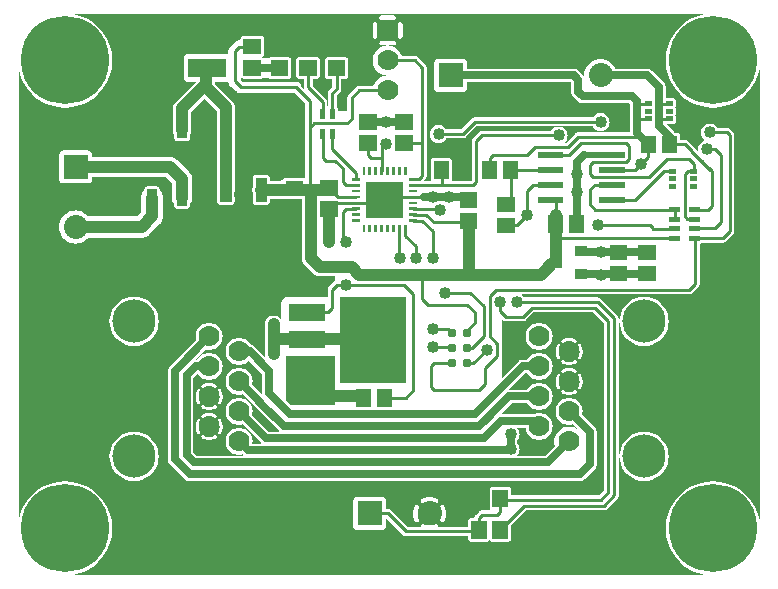
<source format=gbr>
G04 start of page 2 for group 0 idx 0 *
G04 Title: (unknown), component *
G04 Creator: pcb 20140316 *
G04 CreationDate: Tue 03 Nov 2015 08:28:20 PM GMT UTC *
G04 For: ndholmes *
G04 Format: Gerber/RS-274X *
G04 PCB-Dimensions (mil): 2500.00 1900.00 *
G04 PCB-Coordinate-Origin: lower left *
%MOIN*%
%FSLAX25Y25*%
%LNTOP*%
%ADD37C,0.1280*%
%ADD36C,0.0300*%
%ADD35C,0.1285*%
%ADD34C,0.0480*%
%ADD33C,0.0390*%
%ADD32R,0.0165X0.0165*%
%ADD31R,0.0340X0.0340*%
%ADD30R,0.0200X0.0200*%
%ADD29C,0.0310*%
%ADD28R,0.0378X0.0378*%
%ADD27R,0.0945X0.0945*%
%ADD26R,0.0167X0.0167*%
%ADD25R,0.0560X0.0560*%
%ADD24R,0.1220X0.1220*%
%ADD23R,0.0091X0.0091*%
%ADD22R,0.0512X0.0512*%
%ADD21R,0.0630X0.0630*%
%ADD20R,0.0310X0.0310*%
%ADD19C,0.0800*%
%ADD18C,0.1440*%
%ADD17C,0.0700*%
%ADD16C,0.2937*%
%ADD15C,0.0400*%
%ADD14C,0.0200*%
%ADD13C,0.0100*%
%ADD12C,0.0250*%
%ADD11C,0.0001*%
G54D11*G36*
X53457Y148158D02*X53459Y146843D01*
X53496Y146690D01*
X53556Y146545D01*
X53638Y146410D01*
X53741Y146291D01*
X53860Y146188D01*
X53995Y146106D01*
X54140Y146046D01*
X54293Y146009D01*
X54450Y146000D01*
X57707Y146009D01*
X57860Y146046D01*
X58005Y146106D01*
X58140Y146188D01*
X58259Y146291D01*
X58362Y146410D01*
X58444Y146545D01*
X58504Y146690D01*
X58541Y146843D01*
X58550Y147000D01*
X58548Y148167D01*
X58681Y148384D01*
X58862Y148820D01*
X58972Y149279D01*
X59000Y149750D01*
Y155757D01*
X63500Y160257D01*
X67594Y156163D01*
Y129858D01*
X67622Y129387D01*
X67710Y129022D01*
X67713Y125764D01*
X67750Y125611D01*
X67810Y125466D01*
X67892Y125331D01*
X67995Y125212D01*
X68114Y125109D01*
X68249Y125027D01*
X68394Y124967D01*
X68547Y124930D01*
X68704Y124921D01*
X72641Y124930D01*
X72794Y124967D01*
X72939Y125027D01*
X73074Y125109D01*
X73193Y125212D01*
X73296Y125331D01*
X73378Y125466D01*
X73438Y125611D01*
X73475Y125764D01*
X73484Y125921D01*
X73480Y129030D01*
X73566Y129387D01*
X73594Y129858D01*
Y157288D01*
X73603Y157406D01*
X73566Y157877D01*
X73456Y158336D01*
X73275Y158772D01*
X73029Y159175D01*
X72722Y159534D01*
X72632Y159610D01*
X67000Y165243D01*
Y165860D01*
X70877Y165864D01*
X71107Y165919D01*
X71325Y166009D01*
X71400Y166055D01*
Y166000D01*
X71419Y165670D01*
X71497Y165349D01*
X71623Y165044D01*
X71796Y164762D01*
X72010Y164510D01*
X72262Y164296D01*
X72544Y164123D01*
X72793Y164020D01*
X74104Y162709D01*
X74152Y162652D01*
X74380Y162458D01*
X74635Y162302D01*
X74911Y162187D01*
X75202Y162118D01*
X75202Y162118D01*
X75500Y162094D01*
X75574Y162100D01*
X89000D01*
Y132858D01*
X85288D01*
X85287Y133952D01*
X85250Y134105D01*
X85190Y134250D01*
X85108Y134385D01*
X85005Y134504D01*
X84886Y134607D01*
X84751Y134689D01*
X84606Y134749D01*
X84453Y134786D01*
X84296Y134795D01*
X80359Y134786D01*
X80206Y134749D01*
X80061Y134689D01*
X79926Y134607D01*
X79807Y134504D01*
X79704Y134385D01*
X79622Y134250D01*
X79562Y134105D01*
X79525Y133952D01*
X79516Y133795D01*
X79520Y130686D01*
X79434Y130329D01*
X79397Y129858D01*
X79434Y129387D01*
X79522Y129022D01*
X79525Y125764D01*
X79562Y125611D01*
X79622Y125466D01*
X79704Y125331D01*
X79807Y125212D01*
X79926Y125109D01*
X80061Y125027D01*
X80206Y124967D01*
X80359Y124930D01*
X80516Y124921D01*
X84453Y124930D01*
X84606Y124967D01*
X84751Y125027D01*
X84886Y125109D01*
X85005Y125212D01*
X85108Y125331D01*
X85190Y125466D01*
X85250Y125611D01*
X85287Y125764D01*
X85296Y125921D01*
X85295Y126858D01*
X89000D01*
Y95000D01*
X37205D01*
Y113900D01*
X42359D01*
X42500Y113889D01*
X43064Y113933D01*
X43065Y113933D01*
X43616Y114066D01*
X44139Y114282D01*
X44623Y114579D01*
X45053Y114947D01*
X45145Y115054D01*
X48446Y118355D01*
X48553Y118447D01*
X48921Y118877D01*
X49218Y119361D01*
X49434Y119884D01*
X49567Y120435D01*
X49611Y121000D01*
X49600Y121141D01*
Y127250D01*
X49567Y127815D01*
X49434Y128366D01*
X49218Y128889D01*
X48921Y129373D01*
X48553Y129803D01*
X48541Y129814D01*
X48541Y130157D01*
X48504Y130310D01*
X48444Y130455D01*
X48362Y130590D01*
X48259Y130709D01*
X48140Y130812D01*
X48005Y130894D01*
X47860Y130954D01*
X47707Y130991D01*
X47550Y131000D01*
X44293Y130991D01*
X44140Y130954D01*
X43995Y130894D01*
X43860Y130812D01*
X43741Y130709D01*
X43638Y130590D01*
X43556Y130455D01*
X43496Y130310D01*
X43459Y130157D01*
X43450Y130000D01*
X43450Y129807D01*
X43447Y129803D01*
X43079Y129373D01*
X42782Y128889D01*
X42566Y128366D01*
X42433Y127815D01*
X42400Y127250D01*
Y122491D01*
X41009Y121100D01*
X37205D01*
Y134100D01*
X50592D01*
X52600Y132092D01*
Y127250D01*
X52632Y126716D01*
X52756Y126196D01*
X52961Y125702D01*
X53241Y125245D01*
X53458Y124991D01*
X53459Y124343D01*
X53496Y124190D01*
X53556Y124045D01*
X53638Y123910D01*
X53741Y123791D01*
X53860Y123688D01*
X53995Y123606D01*
X54140Y123546D01*
X54293Y123509D01*
X54450Y123500D01*
X57707Y123509D01*
X57860Y123546D01*
X58005Y123606D01*
X58140Y123688D01*
X58259Y123791D01*
X58362Y123910D01*
X58444Y124045D01*
X58504Y124190D01*
X58541Y124343D01*
X58550Y124500D01*
X58549Y125000D01*
X58759Y125245D01*
X59039Y125702D01*
X59244Y126196D01*
X59368Y126716D01*
X59400Y127250D01*
Y133367D01*
X59410Y133500D01*
X59369Y134033D01*
X59368Y134034D01*
X59244Y134554D01*
X59039Y135048D01*
X58759Y135505D01*
X58412Y135912D01*
X58310Y135998D01*
X54498Y139810D01*
X54412Y139912D01*
X54005Y140259D01*
X54005Y140259D01*
X53548Y140539D01*
X53344Y140624D01*
X53054Y140744D01*
X52658Y140839D01*
X52534Y140868D01*
X52000Y140910D01*
X51867Y140900D01*
X37205D01*
Y188500D01*
X89000D01*
Y174012D01*
X85391Y174007D01*
X85238Y173970D01*
X85093Y173910D01*
X84958Y173828D01*
X84868Y173750D01*
X83091D01*
X83075Y173768D01*
X82956Y173871D01*
X82821Y173953D01*
X82676Y174013D01*
X82551Y174043D01*
X82676Y174073D01*
X82821Y174133D01*
X82956Y174215D01*
X83075Y174318D01*
X83178Y174437D01*
X83260Y174572D01*
X83320Y174717D01*
X83357Y174870D01*
X83366Y175027D01*
X83357Y180302D01*
X83320Y180455D01*
X83260Y180600D01*
X83178Y180735D01*
X83075Y180854D01*
X82956Y180957D01*
X82821Y181039D01*
X82676Y181099D01*
X82523Y181136D01*
X82366Y181145D01*
X76305Y181136D01*
X76152Y181099D01*
X76007Y181039D01*
X75872Y180957D01*
X75753Y180854D01*
X75650Y180735D01*
X75568Y180600D01*
X75508Y180455D01*
X75471Y180302D01*
X75462Y180145D01*
X75463Y179686D01*
X75168D01*
X75086Y179692D01*
X74756Y179667D01*
X74435Y179589D01*
X74130Y179463D01*
X73848Y179290D01*
X73596Y179076D01*
X73543Y179013D01*
X72073Y177543D01*
X72010Y177490D01*
X71796Y177238D01*
X71623Y176956D01*
X71497Y176651D01*
X71419Y176330D01*
X71419Y176329D01*
X71394Y176000D01*
X71400Y175918D01*
Y174945D01*
X71325Y174991D01*
X71107Y175081D01*
X70877Y175136D01*
X70642Y175150D01*
X57808Y175136D01*
X57578Y175081D01*
X57360Y174991D01*
X57159Y174867D01*
X56979Y174714D01*
X56826Y174534D01*
X56702Y174333D01*
X56612Y174115D01*
X56557Y173885D01*
X56543Y173650D01*
X56557Y167115D01*
X56612Y166885D01*
X56702Y166667D01*
X56826Y166466D01*
X56979Y166286D01*
X57159Y166133D01*
X57360Y166009D01*
X57578Y165919D01*
X57808Y165864D01*
X58043Y165850D01*
X60610Y165853D01*
X53962Y159204D01*
X53872Y159128D01*
X53565Y158769D01*
X53319Y158366D01*
X53138Y157930D01*
X53028Y157471D01*
X53028Y157471D01*
X52991Y157000D01*
X53000Y156882D01*
Y149750D01*
X53028Y149279D01*
X53138Y148820D01*
X53319Y148384D01*
X53457Y148158D01*
G37*
G36*
X37205Y95000D02*X1500D01*
Y170378D01*
X2038Y168138D01*
X2982Y165858D01*
X4272Y163753D01*
X5876Y161876D01*
X7753Y160272D01*
X9858Y158982D01*
X12138Y158038D01*
X14539Y157461D01*
X17000Y157268D01*
X19461Y157461D01*
X21862Y158038D01*
X24142Y158982D01*
X26247Y160272D01*
X28124Y161876D01*
X29728Y163753D01*
X31018Y165858D01*
X31962Y168138D01*
X32539Y170539D01*
X32684Y173000D01*
X32539Y175461D01*
X31962Y177862D01*
X31018Y180142D01*
X29728Y182247D01*
X28124Y184124D01*
X26247Y185728D01*
X24142Y187018D01*
X21862Y187962D01*
X19622Y188500D01*
X37205D01*
Y140900D01*
X25988D01*
X25986Y141735D01*
X25931Y141965D01*
X25841Y142183D01*
X25717Y142384D01*
X25564Y142564D01*
X25384Y142717D01*
X25183Y142841D01*
X24965Y142931D01*
X24735Y142986D01*
X24500Y143000D01*
X16265Y142986D01*
X16035Y142931D01*
X15817Y142841D01*
X15616Y142717D01*
X15436Y142564D01*
X15283Y142384D01*
X15159Y142183D01*
X15069Y141965D01*
X15014Y141735D01*
X15000Y141500D01*
X15014Y133265D01*
X15069Y133035D01*
X15159Y132817D01*
X15283Y132616D01*
X15436Y132436D01*
X15616Y132283D01*
X15817Y132159D01*
X16035Y132069D01*
X16265Y132014D01*
X16500Y132000D01*
X24735Y132014D01*
X24965Y132069D01*
X25183Y132159D01*
X25384Y132283D01*
X25564Y132436D01*
X25717Y132616D01*
X25841Y132817D01*
X25931Y133035D01*
X25986Y133265D01*
X26000Y133500D01*
X25999Y134100D01*
X37205D01*
Y121100D01*
X24658D01*
X24401Y121401D01*
X23743Y121963D01*
X23005Y122416D01*
X22205Y122747D01*
X21363Y122949D01*
X20500Y123017D01*
X19637Y122949D01*
X18795Y122747D01*
X17995Y122416D01*
X17257Y121963D01*
X16599Y121401D01*
X16037Y120743D01*
X15584Y120005D01*
X15253Y119205D01*
X15051Y118363D01*
X14983Y117500D01*
X15051Y116637D01*
X15253Y115795D01*
X15584Y114995D01*
X16037Y114257D01*
X16599Y113599D01*
X17257Y113037D01*
X17995Y112584D01*
X18795Y112253D01*
X19637Y112051D01*
X20500Y111983D01*
X21363Y112051D01*
X22205Y112253D01*
X23005Y112584D01*
X23743Y113037D01*
X24401Y113599D01*
X24658Y113900D01*
X37205D01*
Y95000D01*
G37*
G36*
X87500D02*Y126858D01*
X90497D01*
X90548Y126855D01*
X92511Y126858D01*
X96000D01*
Y107118D01*
X95991Y107000D01*
X96028Y106529D01*
X96138Y106070D01*
X96319Y105634D01*
X96565Y105231D01*
X96566Y105231D01*
X96872Y104872D01*
X96962Y104796D01*
X99000Y102757D01*
Y95000D01*
X87500D01*
G37*
G36*
X128750Y188500D02*X136000D01*
Y172621D01*
X134602Y174019D01*
X134564Y174064D01*
X134384Y174217D01*
X134183Y174341D01*
X133965Y174431D01*
X133735Y174486D01*
X133500Y174505D01*
X133441Y174500D01*
X129282D01*
X129270Y174550D01*
X128969Y175277D01*
X128750Y175634D01*
Y180248D01*
X128868Y180257D01*
X128982Y180285D01*
X129092Y180330D01*
X129192Y180391D01*
X129282Y180468D01*
X129359Y180558D01*
X129420Y180658D01*
X129465Y180768D01*
X129493Y180882D01*
X129500Y181000D01*
Y185000D01*
X129493Y185118D01*
X129465Y185232D01*
X129420Y185342D01*
X129359Y185442D01*
X129282Y185532D01*
X129192Y185609D01*
X129092Y185670D01*
X128982Y185715D01*
X128868Y185743D01*
X128750Y185752D01*
Y188500D01*
G37*
G36*
X124500D02*X128750D01*
Y185752D01*
X128632Y185743D01*
X128518Y185715D01*
X128408Y185670D01*
X128308Y185609D01*
X128218Y185532D01*
X128141Y185442D01*
X128080Y185342D01*
X128035Y185232D01*
X128007Y185118D01*
X128000Y185000D01*
Y181000D01*
X128007Y180882D01*
X128035Y180768D01*
X128080Y180658D01*
X128141Y180558D01*
X128218Y180468D01*
X128308Y180391D01*
X128408Y180330D01*
X128518Y180285D01*
X128632Y180257D01*
X128750Y180248D01*
Y175634D01*
X128558Y175948D01*
X128046Y176546D01*
X127448Y177058D01*
X126777Y177469D01*
X126050Y177770D01*
X125285Y177954D01*
X124696Y178000D01*
X126500D01*
X126618Y178007D01*
X126732Y178035D01*
X126842Y178080D01*
X126942Y178141D01*
X127032Y178218D01*
X127109Y178308D01*
X127170Y178408D01*
X127215Y178518D01*
X127243Y178632D01*
X127252Y178750D01*
X127243Y178868D01*
X127215Y178982D01*
X127170Y179092D01*
X127109Y179192D01*
X127032Y179282D01*
X126942Y179359D01*
X126842Y179420D01*
X126732Y179465D01*
X126618Y179493D01*
X126500Y179500D01*
X124500D01*
Y186500D01*
X126500D01*
X126618Y186507D01*
X126732Y186535D01*
X126842Y186580D01*
X126942Y186641D01*
X127032Y186718D01*
X127109Y186808D01*
X127170Y186908D01*
X127215Y187018D01*
X127243Y187132D01*
X127252Y187250D01*
X127243Y187368D01*
X127215Y187482D01*
X127170Y187592D01*
X127109Y187692D01*
X127032Y187782D01*
X126942Y187859D01*
X126842Y187920D01*
X126732Y187965D01*
X126618Y187993D01*
X126500Y188000D01*
X124500D01*
Y188500D01*
G37*
G36*
X120250Y170366D02*X120442Y170052D01*
X120954Y169454D01*
X121552Y168942D01*
X122223Y168531D01*
X122950Y168230D01*
X123715Y168046D01*
X124304Y168000D01*
X123715Y167954D01*
X122950Y167770D01*
X122223Y167469D01*
X121552Y167058D01*
X120954Y166546D01*
X120442Y165948D01*
X120250Y165634D01*
Y170366D01*
G37*
G36*
Y188500D02*X124500D01*
Y188000D01*
X122500D01*
X122382Y187993D01*
X122268Y187965D01*
X122158Y187920D01*
X122058Y187859D01*
X121968Y187782D01*
X121891Y187692D01*
X121830Y187592D01*
X121785Y187482D01*
X121757Y187368D01*
X121748Y187250D01*
X121757Y187132D01*
X121785Y187018D01*
X121830Y186908D01*
X121891Y186808D01*
X121968Y186718D01*
X122058Y186641D01*
X122158Y186580D01*
X122268Y186535D01*
X122382Y186507D01*
X122500Y186500D01*
X124500D01*
Y179500D01*
X122500D01*
X122382Y179493D01*
X122268Y179465D01*
X122158Y179420D01*
X122058Y179359D01*
X121968Y179282D01*
X121891Y179192D01*
X121830Y179092D01*
X121785Y178982D01*
X121757Y178868D01*
X121748Y178750D01*
X121757Y178632D01*
X121785Y178518D01*
X121830Y178408D01*
X121891Y178308D01*
X121968Y178218D01*
X122058Y178141D01*
X122158Y178080D01*
X122268Y178035D01*
X122382Y178007D01*
X122500Y178000D01*
X124304D01*
X123715Y177954D01*
X122950Y177770D01*
X122223Y177469D01*
X121552Y177058D01*
X120954Y176546D01*
X120442Y175948D01*
X120250Y175634D01*
Y180248D01*
X120368Y180257D01*
X120482Y180285D01*
X120592Y180330D01*
X120692Y180391D01*
X120782Y180468D01*
X120859Y180558D01*
X120920Y180658D01*
X120965Y180768D01*
X120993Y180882D01*
X121000Y181000D01*
Y185000D01*
X120993Y185118D01*
X120965Y185232D01*
X120920Y185342D01*
X120859Y185442D01*
X120782Y185532D01*
X120692Y185609D01*
X120592Y185670D01*
X120482Y185715D01*
X120368Y185743D01*
X120250Y185752D01*
Y188500D01*
G37*
G36*
X84786Y167250D02*X84839Y167189D01*
X84958Y167086D01*
X85093Y167004D01*
X85238Y166944D01*
X85391Y166907D01*
X85548Y166898D01*
X91609Y166907D01*
X91762Y166944D01*
X91907Y167004D01*
X92042Y167086D01*
X92161Y167189D01*
X92264Y167308D01*
X92346Y167443D01*
X92406Y167588D01*
X92443Y167741D01*
X92452Y167898D01*
X92443Y173173D01*
X92406Y173326D01*
X92346Y173471D01*
X92264Y173606D01*
X92161Y173725D01*
X92042Y173828D01*
X91907Y173910D01*
X91762Y173970D01*
X91609Y174007D01*
X91452Y174016D01*
X85391Y174007D01*
X85238Y173970D01*
X85093Y173910D01*
X84958Y173828D01*
X84868Y173750D01*
X83091D01*
X83075Y173768D01*
X82956Y173871D01*
X82821Y173953D01*
X82676Y174013D01*
X82551Y174043D01*
X82676Y174073D01*
X82821Y174133D01*
X82956Y174215D01*
X83075Y174318D01*
X83178Y174437D01*
X83260Y174572D01*
X83320Y174717D01*
X83357Y174870D01*
X83366Y175027D01*
X83357Y180302D01*
X83320Y180455D01*
X83260Y180600D01*
X83178Y180735D01*
X83075Y180854D01*
X82956Y180957D01*
X82821Y181039D01*
X82676Y181099D01*
X82523Y181136D01*
X82366Y181145D01*
X76305Y181136D01*
X76152Y181099D01*
X76007Y181039D01*
X75872Y180957D01*
X75753Y180854D01*
X75650Y180735D01*
X75568Y180600D01*
X75508Y180455D01*
X75471Y180302D01*
X75462Y180145D01*
X75463Y179686D01*
X75168D01*
X75086Y179692D01*
X74756Y179667D01*
X74435Y179589D01*
X74130Y179463D01*
X73848Y179290D01*
X73596Y179076D01*
X73543Y179013D01*
X72073Y177543D01*
X72010Y177490D01*
X71796Y177238D01*
X71623Y176956D01*
X71497Y176651D01*
X71419Y176330D01*
X71419Y176329D01*
X71394Y176000D01*
X71400Y175918D01*
Y174945D01*
X71325Y174991D01*
X71107Y175081D01*
X70877Y175136D01*
X70642Y175150D01*
X57808Y175136D01*
X57578Y175081D01*
X57360Y174991D01*
X57159Y174867D01*
X56979Y174714D01*
X56826Y174534D01*
X56702Y174333D01*
X56612Y174115D01*
X56557Y173885D01*
X56543Y173650D01*
X56557Y167115D01*
X56612Y166885D01*
X56702Y166667D01*
X56826Y166466D01*
X56979Y166286D01*
X57159Y166133D01*
X57360Y166009D01*
X57578Y165919D01*
X57808Y165864D01*
X58043Y165850D01*
X60610Y165853D01*
X53962Y159204D01*
X53872Y159128D01*
X53565Y158769D01*
X53319Y158366D01*
X53138Y157930D01*
X53028Y157471D01*
X53028Y157471D01*
X52991Y157000D01*
X53000Y156882D01*
Y156000D01*
X38500D01*
Y188500D01*
X120250D01*
Y185752D01*
X120132Y185743D01*
X120018Y185715D01*
X119908Y185670D01*
X119808Y185609D01*
X119718Y185532D01*
X119641Y185442D01*
X119580Y185342D01*
X119535Y185232D01*
X119507Y185118D01*
X119500Y185000D01*
Y181000D01*
X119507Y180882D01*
X119535Y180768D01*
X119580Y180658D01*
X119641Y180558D01*
X119718Y180468D01*
X119808Y180391D01*
X119908Y180330D01*
X120018Y180285D01*
X120132Y180257D01*
X120250Y180248D01*
Y175634D01*
X120031Y175277D01*
X119730Y174550D01*
X119546Y173785D01*
X119485Y173000D01*
X119546Y172215D01*
X119730Y171450D01*
X120031Y170723D01*
X120250Y170366D01*
Y165634D01*
X120031Y165277D01*
X119730Y164550D01*
X119718Y164500D01*
X115059D01*
X115000Y164505D01*
X114765Y164486D01*
X114535Y164431D01*
X114317Y164341D01*
X114116Y164217D01*
X114115Y164217D01*
X113936Y164064D01*
X113898Y164019D01*
X111481Y161602D01*
X111436Y161564D01*
X111283Y161384D01*
X111159Y161183D01*
X111069Y160965D01*
X111014Y160735D01*
X111014Y160735D01*
X110995Y160500D01*
X111000Y160441D01*
Y156000D01*
X107830D01*
X107827Y157124D01*
X107790Y157277D01*
X107730Y157423D01*
X107648Y157557D01*
X107546Y157677D01*
X107500Y157716D01*
Y161379D01*
X108519Y162398D01*
X108564Y162436D01*
X108717Y162615D01*
X108717Y162616D01*
X108841Y162817D01*
X108931Y163035D01*
X108986Y163265D01*
X109005Y163500D01*
X109000Y163559D01*
Y166905D01*
X110609Y166907D01*
X110762Y166944D01*
X110907Y167004D01*
X111042Y167086D01*
X111161Y167189D01*
X111264Y167308D01*
X111346Y167443D01*
X111406Y167588D01*
X111443Y167741D01*
X111452Y167898D01*
X111443Y173173D01*
X111406Y173326D01*
X111346Y173471D01*
X111264Y173606D01*
X111161Y173725D01*
X111042Y173828D01*
X110907Y173910D01*
X110762Y173970D01*
X110609Y174007D01*
X110452Y174016D01*
X104391Y174007D01*
X104238Y173970D01*
X104093Y173910D01*
X103958Y173828D01*
X103839Y173725D01*
X103736Y173606D01*
X103654Y173471D01*
X103594Y173326D01*
X103557Y173173D01*
X103548Y173016D01*
X103557Y167741D01*
X103594Y167588D01*
X103654Y167443D01*
X103736Y167308D01*
X103839Y167189D01*
X103958Y167086D01*
X104093Y167004D01*
X104238Y166944D01*
X104391Y166907D01*
X104548Y166898D01*
X106000Y166900D01*
Y164121D01*
X104981Y163102D01*
X104936Y163064D01*
X104783Y162884D01*
X104659Y162683D01*
X104569Y162465D01*
X104514Y162235D01*
X104514Y162235D01*
X104495Y162000D01*
X104500Y161941D01*
Y157716D01*
X104454Y157677D01*
X104425Y157643D01*
X104396Y157677D01*
X104350Y157716D01*
Y159091D01*
X104355Y159150D01*
X104336Y159385D01*
X104336Y159385D01*
X104281Y159615D01*
X104191Y159833D01*
X104067Y160034D01*
X103914Y160214D01*
X103869Y160252D01*
X99500Y164621D01*
Y166948D01*
X101109Y166950D01*
X101262Y166987D01*
X101407Y167047D01*
X101542Y167129D01*
X101661Y167232D01*
X101764Y167351D01*
X101846Y167486D01*
X101906Y167631D01*
X101943Y167784D01*
X101952Y167941D01*
X101943Y173216D01*
X101906Y173369D01*
X101846Y173514D01*
X101764Y173649D01*
X101661Y173768D01*
X101542Y173871D01*
X101407Y173953D01*
X101262Y174013D01*
X101109Y174050D01*
X100952Y174059D01*
X94891Y174050D01*
X94738Y174013D01*
X94593Y173953D01*
X94458Y173871D01*
X94339Y173768D01*
X94236Y173649D01*
X94154Y173514D01*
X94094Y173369D01*
X94057Y173216D01*
X94048Y173059D01*
X94057Y167784D01*
X94094Y167631D01*
X94154Y167486D01*
X94236Y167351D01*
X94339Y167232D01*
X94458Y167129D01*
X94593Y167047D01*
X94738Y166987D01*
X94891Y166950D01*
X95048Y166941D01*
X96500Y166943D01*
Y164059D01*
X96495Y164000D01*
X96514Y163765D01*
X96564Y163558D01*
X95887Y164234D01*
X95882Y164298D01*
X95813Y164589D01*
X95698Y164865D01*
X95542Y165120D01*
X95348Y165348D01*
X95120Y165542D01*
X94865Y165698D01*
X94589Y165813D01*
X94298Y165882D01*
X94000Y165900D01*
X76287D01*
X75600Y166587D01*
Y167434D01*
X75650Y167351D01*
X75753Y167232D01*
X75872Y167129D01*
X76007Y167047D01*
X76152Y166987D01*
X76305Y166950D01*
X76462Y166941D01*
X82523Y166950D01*
X82676Y166987D01*
X82821Y167047D01*
X82956Y167129D01*
X83075Y167232D01*
X83091Y167250D01*
X84786D01*
G37*
G36*
X56543Y173650D02*X56557Y167115D01*
X56612Y166885D01*
X56702Y166667D01*
X56826Y166466D01*
X56979Y166286D01*
X57159Y166133D01*
X57360Y166009D01*
X57578Y165919D01*
X57808Y165864D01*
X58043Y165850D01*
X60610Y165853D01*
X53962Y159204D01*
X53872Y159128D01*
X53565Y158769D01*
X53319Y158366D01*
X53138Y157930D01*
X53028Y157471D01*
X53028Y157471D01*
X52991Y157000D01*
X53000Y156882D01*
Y149750D01*
X53028Y149279D01*
X53138Y148820D01*
X53271Y148500D01*
X38500D01*
Y179000D01*
X73530D01*
X72073Y177543D01*
X72010Y177490D01*
X71796Y177238D01*
X71623Y176956D01*
X71497Y176651D01*
X71419Y176330D01*
X71419Y176329D01*
X71394Y176000D01*
X71400Y175918D01*
Y174945D01*
X71325Y174991D01*
X71107Y175081D01*
X70877Y175136D01*
X70642Y175150D01*
X57808Y175136D01*
X57578Y175081D01*
X57360Y174991D01*
X57159Y174867D01*
X56979Y174714D01*
X56826Y174534D01*
X56702Y174333D01*
X56612Y174115D01*
X56557Y173885D01*
X56543Y173650D01*
G37*
G36*
X56557Y167115D01*
X56612Y166885D01*
X56702Y166667D01*
X56826Y166466D01*
X56979Y166286D01*
X57159Y166133D01*
X57360Y166009D01*
X57578Y165919D01*
X57808Y165864D01*
X58043Y165850D01*
X60610Y165853D01*
X53962Y159204D01*
X53872Y159128D01*
X53565Y158769D01*
X53319Y158366D01*
X53138Y157930D01*
X53028Y157471D01*
X53028Y157471D01*
X52991Y157000D01*
X53000Y156882D01*
Y149750D01*
X53028Y149279D01*
X53095Y149000D01*
X51500D01*
Y178500D01*
X73030D01*
X72073Y177543D01*
X72010Y177490D01*
X71796Y177238D01*
X71623Y176956D01*
X71497Y176651D01*
X71419Y176330D01*
X71419Y176329D01*
X71394Y176000D01*
X71400Y175918D01*
Y174945D01*
X71325Y174991D01*
X71107Y175081D01*
X70877Y175136D01*
X70642Y175150D01*
X57808Y175136D01*
X57578Y175081D01*
X57360Y174991D01*
X57159Y174867D01*
X56979Y174714D01*
X56826Y174534D01*
X56702Y174333D01*
X56612Y174115D01*
X56557Y173885D01*
X56543Y173650D01*
G37*
G36*
X87500Y133000D02*Y154500D01*
X97000D01*
Y150559D01*
X96995Y150500D01*
X97000Y150441D01*
Y133810D01*
X96907Y133867D01*
X96762Y133927D01*
X96609Y133964D01*
X96452Y133973D01*
X90391Y133964D01*
X90238Y133927D01*
X90093Y133867D01*
X89958Y133785D01*
X89839Y133682D01*
X89736Y133563D01*
X89654Y133428D01*
X89594Y133283D01*
X89557Y133130D01*
X89550Y133000D01*
X87500D01*
G37*
G36*
X97000Y148500D02*X74500D01*
Y162384D01*
X74635Y162302D01*
X74911Y162187D01*
X75202Y162118D01*
X75202Y162118D01*
X75500Y162094D01*
X75574Y162100D01*
X93779D01*
X97000Y158879D01*
Y150559D01*
X96995Y150500D01*
X97000Y150441D01*
Y148500D01*
G37*
G36*
X90500Y74500D02*X107000D01*
Y58000D01*
X92182D01*
X90500Y59682D01*
Y74500D01*
G37*
G36*
X108500Y94000D02*X130500D01*
Y65500D01*
X108500D01*
Y94000D01*
G37*
G36*
X65002Y32750D02*X107000D01*
Y1500D01*
X65002D01*
Y32750D01*
G37*
G36*
X76166Y51652D02*X82347Y45471D01*
X82404Y45404D01*
X82585Y45250D01*
X79448D01*
X79458Y45294D01*
X79500Y46000D01*
X79458Y46706D01*
X79293Y47395D01*
X79022Y48049D01*
X78652Y48653D01*
X78192Y49192D01*
X77653Y49652D01*
X77049Y50022D01*
X76395Y50293D01*
X75706Y50458D01*
X75000Y50514D01*
X74294Y50458D01*
X73605Y50293D01*
X72951Y50022D01*
X72347Y49652D01*
X71808Y49192D01*
X71348Y48653D01*
X70978Y48049D01*
X70707Y47395D01*
X70542Y46706D01*
X70486Y46000D01*
X70542Y45294D01*
X70707Y44605D01*
X70978Y43951D01*
X71348Y43347D01*
X71808Y42808D01*
X72347Y42348D01*
X72951Y41978D01*
X73605Y41707D01*
X74294Y41542D01*
X75000Y41486D01*
X75706Y41542D01*
X76166Y41652D01*
X76347Y41471D01*
X76404Y41404D01*
X76585Y41250D01*
X68720D01*
Y48544D01*
X68771Y48583D01*
X68826Y48639D01*
X68870Y48704D01*
X69064Y49056D01*
X69221Y49426D01*
X69344Y49809D01*
X69433Y50200D01*
X69487Y50599D01*
X69504Y51000D01*
X69487Y51401D01*
X69433Y51800D01*
X69344Y52191D01*
X69221Y52574D01*
X69064Y52944D01*
X68874Y53298D01*
X68829Y53363D01*
X68774Y53420D01*
X68720Y53460D01*
Y58544D01*
X68771Y58583D01*
X68826Y58639D01*
X68870Y58704D01*
X69064Y59056D01*
X69221Y59426D01*
X69344Y59809D01*
X69433Y60200D01*
X69487Y60599D01*
X69504Y61000D01*
X69487Y61401D01*
X69433Y61800D01*
X69344Y62191D01*
X69221Y62574D01*
X69064Y62944D01*
X68874Y63298D01*
X68829Y63363D01*
X68774Y63420D01*
X68720Y63460D01*
Y68459D01*
X69022Y68951D01*
X69293Y69605D01*
X69458Y70294D01*
X69500Y71000D01*
X69458Y71706D01*
X69293Y72395D01*
X69022Y73049D01*
X68720Y73541D01*
Y78459D01*
X69022Y78951D01*
X69293Y79605D01*
X69458Y80294D01*
X69500Y81000D01*
X69458Y81706D01*
X69293Y82395D01*
X69022Y83049D01*
X68720Y83541D01*
Y107500D01*
X96000D01*
Y107118D01*
X95991Y107000D01*
X96028Y106529D01*
X96138Y106070D01*
X96319Y105634D01*
X96565Y105231D01*
X96566Y105231D01*
X96872Y104872D01*
X96962Y104796D01*
X99796Y101962D01*
X99872Y101872D01*
X100231Y101565D01*
X100231Y101565D01*
X100634Y101319D01*
X101070Y101138D01*
X101440Y101049D01*
X101529Y101028D01*
X101529D01*
X102000Y100991D01*
X102118Y101000D01*
X107000D01*
Y99416D01*
X106817Y99341D01*
X106616Y99217D01*
X106615Y99217D01*
X106436Y99064D01*
X106398Y99019D01*
X104981Y97602D01*
X104936Y97564D01*
X104783Y97384D01*
X104659Y97183D01*
X104569Y96965D01*
X104514Y96735D01*
X104514Y96735D01*
X104495Y96500D01*
X104500Y96441D01*
Y94175D01*
X104475Y94185D01*
X104092Y94277D01*
X103700Y94300D01*
X91108Y94277D01*
X90725Y94185D01*
X90362Y94034D01*
X90026Y93829D01*
X89727Y93573D01*
X89471Y93274D01*
X89266Y92938D01*
X89115Y92575D01*
X89023Y92192D01*
X89000Y91800D01*
X89020Y86629D01*
X88935Y86769D01*
X88628Y87128D01*
X88269Y87435D01*
X87866Y87681D01*
X87430Y87862D01*
X86971Y87972D01*
X86500Y88009D01*
X86029Y87972D01*
X85570Y87862D01*
X85134Y87681D01*
X84731Y87435D01*
X84372Y87128D01*
X84065Y86769D01*
X83819Y86366D01*
X83638Y85930D01*
X83528Y85471D01*
X83528Y85471D01*
X83491Y85000D01*
X83500Y84882D01*
Y80118D01*
X83491Y80000D01*
X83500Y79882D01*
Y75118D01*
X83491Y75000D01*
X83528Y74529D01*
X83638Y74070D01*
X83657Y74025D01*
X80153Y77529D01*
X80096Y77596D01*
X79827Y77826D01*
X79525Y78011D01*
X79197Y78146D01*
X78922Y78213D01*
X78652Y78653D01*
X78192Y79192D01*
X77653Y79652D01*
X77049Y80022D01*
X76395Y80293D01*
X75706Y80458D01*
X75000Y80514D01*
X74294Y80458D01*
X73605Y80293D01*
X72951Y80022D01*
X72347Y79652D01*
X71808Y79192D01*
X71348Y78653D01*
X70978Y78049D01*
X70707Y77395D01*
X70542Y76706D01*
X70486Y76000D01*
X70542Y75294D01*
X70707Y74605D01*
X70978Y73951D01*
X71348Y73347D01*
X71808Y72808D01*
X72347Y72348D01*
X72951Y71978D01*
X73605Y71707D01*
X74294Y71542D01*
X75000Y71486D01*
X75706Y71542D01*
X76395Y71707D01*
X77049Y71978D01*
X77653Y72348D01*
X78192Y72808D01*
X78338Y72980D01*
X82750Y68568D01*
Y62088D01*
X82743Y62000D01*
X82771Y61647D01*
X82845Y61337D01*
X79348Y64834D01*
X79458Y65294D01*
X79500Y66000D01*
X79458Y66706D01*
X79293Y67395D01*
X79022Y68049D01*
X78652Y68653D01*
X78192Y69192D01*
X77653Y69652D01*
X77049Y70022D01*
X76395Y70293D01*
X75706Y70458D01*
X75000Y70514D01*
X74294Y70458D01*
X73605Y70293D01*
X72951Y70022D01*
X72347Y69652D01*
X71808Y69192D01*
X71348Y68653D01*
X70978Y68049D01*
X70707Y67395D01*
X70542Y66706D01*
X70486Y66000D01*
X70542Y65294D01*
X70707Y64605D01*
X70978Y63951D01*
X71348Y63347D01*
X71808Y62808D01*
X72347Y62348D01*
X72951Y61978D01*
X73605Y61707D01*
X74294Y61542D01*
X75000Y61486D01*
X75706Y61542D01*
X76166Y61652D01*
X88347Y49471D01*
X88404Y49404D01*
X88585Y49250D01*
X84932D01*
X79348Y54834D01*
X79458Y55294D01*
X79500Y56000D01*
X79458Y56706D01*
X79293Y57395D01*
X79022Y58049D01*
X78652Y58653D01*
X78192Y59192D01*
X77653Y59652D01*
X77049Y60022D01*
X76395Y60293D01*
X75706Y60458D01*
X75000Y60514D01*
X74294Y60458D01*
X73605Y60293D01*
X72951Y60022D01*
X72347Y59652D01*
X71808Y59192D01*
X71348Y58653D01*
X70978Y58049D01*
X70707Y57395D01*
X70542Y56706D01*
X70486Y56000D01*
X70542Y55294D01*
X70707Y54605D01*
X70978Y53951D01*
X71348Y53347D01*
X71808Y52808D01*
X72347Y52348D01*
X72951Y51978D01*
X73605Y51707D01*
X74294Y51542D01*
X75000Y51486D01*
X75706Y51542D01*
X76166Y51652D01*
G37*
G36*
X68720Y83541D02*X68652Y83653D01*
X68192Y84192D01*
X67653Y84652D01*
X67049Y85022D01*
X66395Y85293D01*
X65706Y85458D01*
X65002Y85514D01*
Y107500D01*
X68720D01*
Y83541D01*
G37*
G36*
Y73541D02*X68652Y73653D01*
X68192Y74192D01*
X67653Y74652D01*
X67049Y75022D01*
X66395Y75293D01*
X65706Y75458D01*
X65002Y75514D01*
Y76486D01*
X65706Y76542D01*
X66395Y76707D01*
X67049Y76978D01*
X67653Y77348D01*
X68192Y77808D01*
X68652Y78347D01*
X68720Y78459D01*
Y73541D01*
G37*
G36*
Y41250D02*X65002D01*
Y46496D01*
X65401Y46513D01*
X65800Y46567D01*
X66191Y46656D01*
X66574Y46779D01*
X66944Y46936D01*
X67298Y47126D01*
X67363Y47171D01*
X67420Y47226D01*
X67468Y47290D01*
X67504Y47360D01*
X67530Y47435D01*
X67544Y47513D01*
X67545Y47592D01*
X67533Y47671D01*
X67510Y47746D01*
X67475Y47817D01*
X67429Y47882D01*
X67374Y47939D01*
X67311Y47987D01*
X67241Y48024D01*
X67166Y48049D01*
X67088Y48063D01*
X67008Y48064D01*
X66930Y48052D01*
X66854Y48029D01*
X66784Y47993D01*
X66510Y47843D01*
X66223Y47721D01*
X65926Y47625D01*
X65621Y47556D01*
X65312Y47514D01*
X65002Y47500D01*
Y54500D01*
X65312Y54486D01*
X65621Y54444D01*
X65926Y54375D01*
X66223Y54279D01*
X66510Y54157D01*
X66786Y54010D01*
X66855Y53974D01*
X66931Y53951D01*
X67009Y53940D01*
X67087Y53941D01*
X67165Y53954D01*
X67239Y53980D01*
X67309Y54016D01*
X67372Y54064D01*
X67427Y54120D01*
X67472Y54184D01*
X67507Y54255D01*
X67530Y54330D01*
X67541Y54408D01*
X67540Y54487D01*
X67527Y54564D01*
X67501Y54639D01*
X67465Y54708D01*
X67417Y54771D01*
X67361Y54826D01*
X67296Y54870D01*
X66944Y55064D01*
X66574Y55221D01*
X66191Y55344D01*
X65800Y55433D01*
X65401Y55487D01*
X65002Y55504D01*
Y56496D01*
X65401Y56513D01*
X65800Y56567D01*
X66191Y56656D01*
X66574Y56779D01*
X66944Y56936D01*
X67298Y57126D01*
X67363Y57171D01*
X67420Y57226D01*
X67468Y57290D01*
X67504Y57360D01*
X67530Y57435D01*
X67544Y57513D01*
X67545Y57592D01*
X67533Y57671D01*
X67510Y57746D01*
X67475Y57817D01*
X67429Y57882D01*
X67374Y57939D01*
X67311Y57987D01*
X67241Y58024D01*
X67166Y58049D01*
X67088Y58063D01*
X67008Y58064D01*
X66930Y58052D01*
X66854Y58029D01*
X66784Y57993D01*
X66510Y57843D01*
X66223Y57721D01*
X65926Y57625D01*
X65621Y57556D01*
X65312Y57514D01*
X65002Y57500D01*
Y64500D01*
X65312Y64486D01*
X65621Y64444D01*
X65926Y64375D01*
X66223Y64279D01*
X66510Y64157D01*
X66786Y64010D01*
X66855Y63974D01*
X66931Y63951D01*
X67009Y63940D01*
X67087Y63941D01*
X67165Y63954D01*
X67239Y63980D01*
X67309Y64016D01*
X67372Y64064D01*
X67427Y64120D01*
X67472Y64184D01*
X67507Y64255D01*
X67530Y64330D01*
X67541Y64408D01*
X67540Y64487D01*
X67527Y64564D01*
X67501Y64639D01*
X67465Y64708D01*
X67417Y64771D01*
X67361Y64826D01*
X67296Y64870D01*
X66944Y65064D01*
X66574Y65221D01*
X66191Y65344D01*
X65800Y65433D01*
X65401Y65487D01*
X65002Y65504D01*
Y66486D01*
X65706Y66542D01*
X66395Y66707D01*
X67049Y66978D01*
X67653Y67348D01*
X68192Y67808D01*
X68652Y68347D01*
X68720Y68459D01*
Y63460D01*
X68710Y63468D01*
X68640Y63504D01*
X68565Y63530D01*
X68487Y63544D01*
X68408Y63545D01*
X68329Y63533D01*
X68254Y63510D01*
X68183Y63475D01*
X68118Y63429D01*
X68061Y63374D01*
X68013Y63311D01*
X67976Y63241D01*
X67951Y63166D01*
X67937Y63088D01*
X67936Y63008D01*
X67948Y62930D01*
X67971Y62854D01*
X68007Y62784D01*
X68157Y62510D01*
X68279Y62223D01*
X68375Y61926D01*
X68444Y61621D01*
X68486Y61312D01*
X68500Y61000D01*
X68486Y60688D01*
X68444Y60379D01*
X68375Y60074D01*
X68279Y59777D01*
X68157Y59490D01*
X68010Y59214D01*
X67974Y59145D01*
X67951Y59069D01*
X67940Y58991D01*
X67941Y58913D01*
X67954Y58835D01*
X67980Y58761D01*
X68016Y58691D01*
X68064Y58628D01*
X68120Y58573D01*
X68184Y58528D01*
X68255Y58493D01*
X68330Y58470D01*
X68408Y58459D01*
X68487Y58460D01*
X68564Y58473D01*
X68639Y58499D01*
X68708Y58535D01*
X68720Y58544D01*
Y53460D01*
X68710Y53468D01*
X68640Y53504D01*
X68565Y53530D01*
X68487Y53544D01*
X68408Y53545D01*
X68329Y53533D01*
X68254Y53510D01*
X68183Y53475D01*
X68118Y53429D01*
X68061Y53374D01*
X68013Y53311D01*
X67976Y53241D01*
X67951Y53166D01*
X67937Y53088D01*
X67936Y53008D01*
X67948Y52930D01*
X67971Y52854D01*
X68007Y52784D01*
X68157Y52510D01*
X68279Y52223D01*
X68375Y51926D01*
X68444Y51621D01*
X68486Y51312D01*
X68500Y51000D01*
X68486Y50688D01*
X68444Y50379D01*
X68375Y50074D01*
X68279Y49777D01*
X68157Y49490D01*
X68010Y49214D01*
X67974Y49145D01*
X67951Y49069D01*
X67940Y48991D01*
X67941Y48913D01*
X67954Y48835D01*
X67980Y48761D01*
X68016Y48691D01*
X68064Y48628D01*
X68120Y48573D01*
X68184Y48528D01*
X68255Y48493D01*
X68330Y48470D01*
X68408Y48459D01*
X68487Y48460D01*
X68564Y48473D01*
X68639Y48499D01*
X68708Y48535D01*
X68720Y48544D01*
Y41250D01*
G37*
G36*
X65002Y85514D02*X65000Y85514D01*
X64294Y85458D01*
X63605Y85293D01*
X62951Y85022D01*
X62347Y84652D01*
X61808Y84192D01*
X61348Y83653D01*
X60978Y83049D01*
X60707Y82395D01*
X60542Y81706D01*
X60486Y81000D01*
X60542Y80294D01*
X60652Y79834D01*
X51971Y71153D01*
X51904Y71096D01*
X51674Y70827D01*
X51489Y70525D01*
X51354Y70197D01*
X51271Y69853D01*
X51271Y69853D01*
X51243Y69500D01*
X51250Y69412D01*
Y40088D01*
X51243Y40000D01*
X51271Y39647D01*
X51354Y39303D01*
X51489Y38975D01*
X51674Y38673D01*
X51674Y38673D01*
X51904Y38404D01*
X51971Y38347D01*
X56847Y33471D01*
X56904Y33404D01*
X57173Y33174D01*
X57173Y33174D01*
X57361Y33059D01*
X57475Y32989D01*
X57803Y32854D01*
X58147Y32771D01*
X58147D01*
X58500Y32743D01*
X58588Y32750D01*
X65002D01*
Y1500D01*
X39987D01*
Y32776D01*
X40000Y32775D01*
X41287Y32876D01*
X42542Y33177D01*
X43734Y33671D01*
X44835Y34346D01*
X45816Y35184D01*
X46654Y36165D01*
X47329Y37266D01*
X47823Y38458D01*
X48124Y39713D01*
X48200Y41000D01*
X48124Y42287D01*
X47823Y43542D01*
X47329Y44734D01*
X46654Y45835D01*
X45816Y46816D01*
X44835Y47654D01*
X43734Y48329D01*
X42542Y48823D01*
X41287Y49124D01*
X40000Y49225D01*
X39987Y49224D01*
Y77776D01*
X40000Y77775D01*
X41287Y77876D01*
X42542Y78177D01*
X43734Y78671D01*
X44835Y79346D01*
X45816Y80184D01*
X46654Y81165D01*
X47329Y82266D01*
X47823Y83458D01*
X48124Y84713D01*
X48200Y86000D01*
X48124Y87287D01*
X47823Y88542D01*
X47329Y89734D01*
X46654Y90835D01*
X45816Y91816D01*
X44835Y92654D01*
X43734Y93329D01*
X42542Y93823D01*
X41287Y94124D01*
X40000Y94225D01*
X39987Y94224D01*
Y107500D01*
X65002D01*
Y85514D01*
G37*
G36*
X39987Y1500D02*X19622D01*
X21862Y2038D01*
X24142Y2982D01*
X26247Y4272D01*
X28124Y5876D01*
X29728Y7753D01*
X31018Y9858D01*
X31962Y12138D01*
X32539Y14539D01*
X32684Y17000D01*
X32539Y19461D01*
X31962Y21862D01*
X31018Y24142D01*
X29728Y26247D01*
X28124Y28124D01*
X26247Y29728D01*
X24142Y31018D01*
X21862Y31962D01*
X19461Y32539D01*
X17000Y32732D01*
X14539Y32539D01*
X12138Y31962D01*
X9858Y31018D01*
X7753Y29728D01*
X5876Y28124D01*
X4272Y26247D01*
X2982Y24142D01*
X2038Y21862D01*
X1500Y19622D01*
Y107500D01*
X39987D01*
Y94224D01*
X38713Y94124D01*
X37458Y93823D01*
X36266Y93329D01*
X35165Y92654D01*
X34184Y91816D01*
X33346Y90835D01*
X32671Y89734D01*
X32177Y88542D01*
X31876Y87287D01*
X31775Y86000D01*
X31876Y84713D01*
X32177Y83458D01*
X32671Y82266D01*
X33346Y81165D01*
X34184Y80184D01*
X35165Y79346D01*
X36266Y78671D01*
X37458Y78177D01*
X38713Y77876D01*
X39987Y77776D01*
Y49224D01*
X38713Y49124D01*
X37458Y48823D01*
X36266Y48329D01*
X35165Y47654D01*
X34184Y46816D01*
X33346Y45835D01*
X32671Y44734D01*
X32177Y43542D01*
X31876Y42287D01*
X31775Y41000D01*
X31876Y39713D01*
X32177Y38458D01*
X32671Y37266D01*
X33346Y36165D01*
X34184Y35184D01*
X35165Y34346D01*
X36266Y33671D01*
X37458Y33177D01*
X38713Y32876D01*
X39987Y32776D01*
Y1500D01*
G37*
G36*
X65002Y75514D02*X65000Y75514D01*
X64294Y75458D01*
X63605Y75293D01*
X62951Y75022D01*
X62347Y74652D01*
X61808Y74192D01*
X61348Y73653D01*
X61101Y73250D01*
X60588D01*
X60500Y73257D01*
X60434Y73252D01*
X63834Y76652D01*
X64294Y76542D01*
X65000Y76486D01*
X65002Y76486D01*
Y75514D01*
G37*
G36*
Y41250D02*X61280D01*
Y48540D01*
X61290Y48532D01*
X61360Y48496D01*
X61435Y48470D01*
X61513Y48456D01*
X61592Y48455D01*
X61671Y48467D01*
X61746Y48490D01*
X61817Y48525D01*
X61882Y48571D01*
X61939Y48626D01*
X61987Y48689D01*
X62024Y48759D01*
X62049Y48834D01*
X62063Y48912D01*
X62064Y48992D01*
X62052Y49070D01*
X62029Y49146D01*
X61993Y49216D01*
X61843Y49490D01*
X61721Y49777D01*
X61625Y50074D01*
X61556Y50379D01*
X61514Y50688D01*
X61500Y51000D01*
X61514Y51312D01*
X61556Y51621D01*
X61625Y51926D01*
X61721Y52223D01*
X61843Y52510D01*
X61990Y52786D01*
X62026Y52855D01*
X62049Y52931D01*
X62060Y53009D01*
X62059Y53087D01*
X62046Y53165D01*
X62020Y53239D01*
X61984Y53309D01*
X61936Y53372D01*
X61880Y53427D01*
X61816Y53472D01*
X61745Y53507D01*
X61670Y53530D01*
X61592Y53541D01*
X61513Y53540D01*
X61436Y53527D01*
X61361Y53501D01*
X61292Y53465D01*
X61280Y53456D01*
Y58540D01*
X61290Y58532D01*
X61360Y58496D01*
X61435Y58470D01*
X61513Y58456D01*
X61592Y58455D01*
X61671Y58467D01*
X61746Y58490D01*
X61817Y58525D01*
X61882Y58571D01*
X61939Y58626D01*
X61987Y58689D01*
X62024Y58759D01*
X62049Y58834D01*
X62063Y58912D01*
X62064Y58992D01*
X62052Y59070D01*
X62029Y59146D01*
X61993Y59216D01*
X61843Y59490D01*
X61721Y59777D01*
X61625Y60074D01*
X61556Y60379D01*
X61514Y60688D01*
X61500Y61000D01*
X61514Y61312D01*
X61556Y61621D01*
X61625Y61926D01*
X61721Y62223D01*
X61843Y62510D01*
X61990Y62786D01*
X62026Y62855D01*
X62049Y62931D01*
X62060Y63009D01*
X62059Y63087D01*
X62046Y63165D01*
X62020Y63239D01*
X61984Y63309D01*
X61936Y63372D01*
X61880Y63427D01*
X61816Y63472D01*
X61745Y63507D01*
X61670Y63530D01*
X61592Y63541D01*
X61513Y63540D01*
X61436Y63527D01*
X61361Y63501D01*
X61292Y63465D01*
X61280Y63456D01*
Y68459D01*
X61348Y68347D01*
X61808Y67808D01*
X62347Y67348D01*
X62951Y66978D01*
X63605Y66707D01*
X64294Y66542D01*
X65000Y66486D01*
X65002Y66486D01*
Y65504D01*
X65000Y65504D01*
X64599Y65487D01*
X64200Y65433D01*
X63809Y65344D01*
X63426Y65221D01*
X63056Y65064D01*
X62702Y64874D01*
X62637Y64829D01*
X62580Y64774D01*
X62532Y64710D01*
X62496Y64640D01*
X62470Y64565D01*
X62456Y64487D01*
X62455Y64408D01*
X62467Y64329D01*
X62490Y64254D01*
X62525Y64183D01*
X62571Y64118D01*
X62626Y64061D01*
X62689Y64013D01*
X62759Y63976D01*
X62834Y63951D01*
X62912Y63937D01*
X62992Y63936D01*
X63070Y63948D01*
X63146Y63971D01*
X63216Y64007D01*
X63490Y64157D01*
X63777Y64279D01*
X64074Y64375D01*
X64379Y64444D01*
X64688Y64486D01*
X65000Y64500D01*
X65002Y64500D01*
Y57500D01*
X65000Y57500D01*
X64688Y57514D01*
X64379Y57556D01*
X64074Y57625D01*
X63777Y57721D01*
X63490Y57843D01*
X63214Y57990D01*
X63145Y58026D01*
X63069Y58049D01*
X62991Y58060D01*
X62913Y58059D01*
X62835Y58046D01*
X62761Y58020D01*
X62691Y57984D01*
X62628Y57936D01*
X62573Y57880D01*
X62528Y57816D01*
X62493Y57745D01*
X62470Y57670D01*
X62459Y57592D01*
X62460Y57513D01*
X62473Y57436D01*
X62499Y57361D01*
X62535Y57292D01*
X62583Y57229D01*
X62639Y57174D01*
X62704Y57130D01*
X63056Y56936D01*
X63426Y56779D01*
X63809Y56656D01*
X64200Y56567D01*
X64599Y56513D01*
X65000Y56496D01*
X65002Y56496D01*
Y55504D01*
X65000Y55504D01*
X64599Y55487D01*
X64200Y55433D01*
X63809Y55344D01*
X63426Y55221D01*
X63056Y55064D01*
X62702Y54874D01*
X62637Y54829D01*
X62580Y54774D01*
X62532Y54710D01*
X62496Y54640D01*
X62470Y54565D01*
X62456Y54487D01*
X62455Y54408D01*
X62467Y54329D01*
X62490Y54254D01*
X62525Y54183D01*
X62571Y54118D01*
X62626Y54061D01*
X62689Y54013D01*
X62759Y53976D01*
X62834Y53951D01*
X62912Y53937D01*
X62992Y53936D01*
X63070Y53948D01*
X63146Y53971D01*
X63216Y54007D01*
X63490Y54157D01*
X63777Y54279D01*
X64074Y54375D01*
X64379Y54444D01*
X64688Y54486D01*
X65000Y54500D01*
X65002Y54500D01*
Y47500D01*
X65000Y47500D01*
X64688Y47514D01*
X64379Y47556D01*
X64074Y47625D01*
X63777Y47721D01*
X63490Y47843D01*
X63214Y47990D01*
X63145Y48026D01*
X63069Y48049D01*
X62991Y48060D01*
X62913Y48059D01*
X62835Y48046D01*
X62761Y48020D01*
X62691Y47984D01*
X62628Y47936D01*
X62573Y47880D01*
X62528Y47816D01*
X62493Y47745D01*
X62470Y47670D01*
X62459Y47592D01*
X62460Y47513D01*
X62473Y47436D01*
X62499Y47361D01*
X62535Y47292D01*
X62583Y47229D01*
X62639Y47174D01*
X62704Y47130D01*
X63056Y46936D01*
X63426Y46779D01*
X63809Y46656D01*
X64200Y46567D01*
X64599Y46513D01*
X65000Y46496D01*
X65002Y46496D01*
Y41250D01*
G37*
G36*
X61280D02*X60932D01*
X59750Y42432D01*
Y67068D01*
X61227Y68545D01*
X61280Y68459D01*
Y63456D01*
X61229Y63417D01*
X61174Y63361D01*
X61130Y63296D01*
X60936Y62944D01*
X60779Y62574D01*
X60656Y62191D01*
X60567Y61800D01*
X60513Y61401D01*
X60496Y61000D01*
X60513Y60599D01*
X60567Y60200D01*
X60656Y59809D01*
X60779Y59426D01*
X60936Y59056D01*
X61126Y58702D01*
X61171Y58637D01*
X61226Y58580D01*
X61280Y58540D01*
Y53456D01*
X61229Y53417D01*
X61174Y53361D01*
X61130Y53296D01*
X60936Y52944D01*
X60779Y52574D01*
X60656Y52191D01*
X60567Y51800D01*
X60513Y51401D01*
X60496Y51000D01*
X60513Y50599D01*
X60567Y50200D01*
X60656Y49809D01*
X60779Y49426D01*
X60936Y49056D01*
X61126Y48702D01*
X61171Y48637D01*
X61226Y48580D01*
X61280Y48540D01*
Y41250D01*
G37*
G36*
X209987Y63000D02*X248500D01*
Y19622D01*
X247962Y21862D01*
X247018Y24142D01*
X245728Y26247D01*
X244124Y28124D01*
X242247Y29728D01*
X240142Y31018D01*
X237862Y31962D01*
X235461Y32539D01*
X233000Y32732D01*
X230539Y32539D01*
X228138Y31962D01*
X225858Y31018D01*
X223753Y29728D01*
X221876Y28124D01*
X220272Y26247D01*
X218982Y24142D01*
X218038Y21862D01*
X217461Y19461D01*
X217268Y17000D01*
X217461Y14539D01*
X218038Y12138D01*
X218982Y9858D01*
X220272Y7753D01*
X221876Y5876D01*
X223753Y4272D01*
X225858Y2982D01*
X228138Y2038D01*
X230378Y1500D01*
X209987D01*
Y32776D01*
X210000Y32775D01*
X211287Y32876D01*
X212542Y33177D01*
X213734Y33671D01*
X214835Y34346D01*
X215816Y35184D01*
X216654Y36165D01*
X217329Y37266D01*
X217823Y38458D01*
X218124Y39713D01*
X218200Y41000D01*
X218124Y42287D01*
X217823Y43542D01*
X217329Y44734D01*
X216654Y45835D01*
X215816Y46816D01*
X214835Y47654D01*
X213734Y48329D01*
X212542Y48823D01*
X211287Y49124D01*
X210000Y49225D01*
X209987Y49224D01*
Y63000D01*
G37*
G36*
X142993Y14500D02*X151406D01*
X151407Y13391D01*
X151444Y13238D01*
X151504Y13093D01*
X151586Y12958D01*
X151689Y12839D01*
X151808Y12736D01*
X151943Y12654D01*
X152088Y12594D01*
X152241Y12557D01*
X152398Y12548D01*
X157673Y12557D01*
X157826Y12594D01*
X157971Y12654D01*
X158106Y12736D01*
X158225Y12839D01*
X158328Y12958D01*
X158410Y13093D01*
X158470Y13238D01*
X158500Y13363D01*
X158530Y13238D01*
X158590Y13093D01*
X158672Y12958D01*
X158775Y12839D01*
X158894Y12736D01*
X159029Y12654D01*
X159174Y12594D01*
X159327Y12557D01*
X159484Y12548D01*
X164759Y12557D01*
X164912Y12594D01*
X165057Y12654D01*
X165192Y12736D01*
X165311Y12839D01*
X165414Y12958D01*
X165496Y13093D01*
X165556Y13238D01*
X165593Y13391D01*
X165602Y13548D01*
X165595Y17931D01*
X170664Y23000D01*
X196441D01*
X196500Y22995D01*
X196735Y23014D01*
X196735Y23014D01*
X196965Y23069D01*
X197183Y23159D01*
X197384Y23283D01*
X197564Y23436D01*
X197602Y23481D01*
X201019Y26898D01*
X201064Y26936D01*
X201217Y27115D01*
X201217Y27116D01*
X201341Y27317D01*
X201431Y27535D01*
X201486Y27765D01*
X201505Y28000D01*
X201500Y28059D01*
Y63000D01*
X209987D01*
Y49224D01*
X208713Y49124D01*
X207458Y48823D01*
X206266Y48329D01*
X205165Y47654D01*
X204184Y46816D01*
X203346Y45835D01*
X202671Y44734D01*
X202177Y43542D01*
X201876Y42287D01*
X201775Y41000D01*
X201876Y39713D01*
X202177Y38458D01*
X202671Y37266D01*
X203346Y36165D01*
X204184Y35184D01*
X205165Y34346D01*
X206266Y33671D01*
X207458Y33177D01*
X208713Y32876D01*
X209987Y32776D01*
Y1500D01*
X142993D01*
Y14500D01*
G37*
G36*
X193529Y36847D02*X193596Y36904D01*
X193826Y37173D01*
X193826Y37173D01*
X194011Y37475D01*
X194146Y37803D01*
X194229Y38147D01*
X194257Y38500D01*
X194250Y38588D01*
Y48912D01*
X194257Y49000D01*
X194229Y49353D01*
X194229Y49353D01*
X194146Y49697D01*
X194011Y50025D01*
X193826Y50327D01*
X193596Y50596D01*
X193529Y50653D01*
X189348Y54834D01*
X189458Y55294D01*
X189500Y56000D01*
X189458Y56706D01*
X189293Y57395D01*
X189022Y58049D01*
X188652Y58653D01*
X188192Y59192D01*
X187653Y59652D01*
X187049Y60022D01*
X186395Y60293D01*
X185706Y60458D01*
X185000Y60514D01*
X184294Y60458D01*
X183605Y60293D01*
X182951Y60022D01*
X182347Y59652D01*
X181808Y59192D01*
X181348Y58653D01*
X180978Y58049D01*
X180707Y57395D01*
X180542Y56706D01*
X180486Y56000D01*
X180542Y55294D01*
X180707Y54605D01*
X180978Y53951D01*
X181348Y53347D01*
X181808Y52808D01*
X182347Y52348D01*
X182951Y51978D01*
X183605Y51707D01*
X184294Y51542D01*
X185000Y51486D01*
X185706Y51542D01*
X186166Y51652D01*
X187767Y50051D01*
X187231Y50379D01*
X186519Y50675D01*
X185769Y50855D01*
X185000Y50915D01*
X184231Y50855D01*
X183481Y50675D01*
X182769Y50379D01*
X182111Y49976D01*
X181524Y49476D01*
X181024Y48889D01*
X180621Y48231D01*
X180325Y47519D01*
X180145Y46769D01*
X180085Y46000D01*
X180145Y45231D01*
X180320Y44502D01*
X177068Y41250D01*
X167485D01*
X167628Y41372D01*
X167935Y41731D01*
X168181Y42134D01*
X168362Y42570D01*
X168472Y43029D01*
X168500Y43500D01*
X168472Y43971D01*
X168362Y44430D01*
X168181Y44866D01*
X167935Y45269D01*
X167750Y45485D01*
Y46515D01*
X167935Y46731D01*
X168181Y47134D01*
X168362Y47570D01*
X168472Y48029D01*
X168500Y48500D01*
X168472Y48971D01*
X168362Y49430D01*
X168181Y49866D01*
X167935Y50269D01*
X167737Y50500D01*
X170525D01*
X170542Y50294D01*
X170707Y49605D01*
X170978Y48951D01*
X171348Y48347D01*
X171808Y47808D01*
X172347Y47348D01*
X172951Y46978D01*
X173605Y46707D01*
X174294Y46542D01*
X175000Y46486D01*
X175706Y46542D01*
X176395Y46707D01*
X177049Y46978D01*
X177653Y47348D01*
X178192Y47808D01*
X178652Y48347D01*
X179022Y48951D01*
X179293Y49605D01*
X179458Y50294D01*
X179500Y51000D01*
X179458Y51706D01*
X179293Y52395D01*
X179022Y53049D01*
X178652Y53653D01*
X178192Y54192D01*
X177653Y54652D01*
X177049Y55022D01*
X176395Y55293D01*
X175706Y55458D01*
X175000Y55514D01*
X174294Y55458D01*
X173605Y55293D01*
X172951Y55022D01*
X172915Y55000D01*
X162338D01*
X162250Y55007D01*
X162184Y55002D01*
X165932Y58750D01*
X171101D01*
X171348Y58347D01*
X171808Y57808D01*
X172347Y57348D01*
X172951Y56978D01*
X173605Y56707D01*
X174294Y56542D01*
X175000Y56486D01*
X175706Y56542D01*
X176395Y56707D01*
X177049Y56978D01*
X177653Y57348D01*
X178192Y57808D01*
X178652Y58347D01*
X179022Y58951D01*
X179293Y59605D01*
X179458Y60294D01*
X179500Y61000D01*
X179458Y61706D01*
X179293Y62395D01*
X179042Y63000D01*
X182722D01*
X182691Y62984D01*
X182628Y62936D01*
X182573Y62880D01*
X182528Y62816D01*
X182493Y62745D01*
X182470Y62670D01*
X182459Y62592D01*
X182460Y62513D01*
X182473Y62436D01*
X182499Y62361D01*
X182535Y62292D01*
X182583Y62229D01*
X182639Y62174D01*
X182704Y62130D01*
X183056Y61936D01*
X183426Y61779D01*
X183809Y61656D01*
X184200Y61567D01*
X184599Y61513D01*
X185000Y61496D01*
X185401Y61513D01*
X185800Y61567D01*
X186191Y61656D01*
X186574Y61779D01*
X186944Y61936D01*
X187298Y62126D01*
X187363Y62171D01*
X187420Y62226D01*
X187468Y62290D01*
X187504Y62360D01*
X187530Y62435D01*
X187544Y62513D01*
X187545Y62592D01*
X187533Y62671D01*
X187510Y62746D01*
X187475Y62817D01*
X187429Y62882D01*
X187374Y62939D01*
X187311Y62987D01*
X187285Y63000D01*
X196500D01*
Y29621D01*
X194879Y28000D01*
X165596D01*
X165593Y30066D01*
X165556Y30219D01*
X165496Y30364D01*
X165414Y30499D01*
X165311Y30618D01*
X165192Y30721D01*
X165057Y30803D01*
X164912Y30863D01*
X164759Y30900D01*
X164602Y30909D01*
X159327Y30900D01*
X159174Y30863D01*
X159029Y30803D01*
X158894Y30721D01*
X158775Y30618D01*
X158672Y30499D01*
X158590Y30364D01*
X158530Y30219D01*
X158493Y30066D01*
X158484Y29909D01*
X158493Y23848D01*
X158530Y23695D01*
X158590Y23550D01*
X158672Y23415D01*
X158775Y23296D01*
X158894Y23194D01*
X159029Y23111D01*
X159174Y23051D01*
X159327Y23014D01*
X159484Y23005D01*
X160385Y23007D01*
X160379Y23000D01*
X156059D01*
X156000Y23005D01*
X155765Y22986D01*
X155535Y22931D01*
X155317Y22841D01*
X155116Y22717D01*
X155115Y22717D01*
X154936Y22564D01*
X154898Y22519D01*
X153938Y21559D01*
X153893Y21521D01*
X153740Y21341D01*
X153616Y21140D01*
X153526Y20922D01*
X153471Y20692D01*
X153471Y20692D01*
X153452Y20457D01*
X153453Y20445D01*
X152241Y20443D01*
X152088Y20406D01*
X151943Y20346D01*
X151808Y20264D01*
X151689Y20161D01*
X151586Y20042D01*
X151504Y19907D01*
X151444Y19762D01*
X151407Y19609D01*
X151398Y19452D01*
X151401Y17500D01*
X142993D01*
Y19145D01*
X143078Y19181D01*
X143179Y19243D01*
X143269Y19319D01*
X143345Y19409D01*
X143405Y19511D01*
X143622Y19980D01*
X143789Y20469D01*
X143909Y20972D01*
X143982Y21484D01*
X144006Y22000D01*
X143982Y22516D01*
X143909Y23028D01*
X143789Y23531D01*
X143622Y24020D01*
X143410Y24492D01*
X143349Y24593D01*
X143272Y24684D01*
X143182Y24761D01*
X143080Y24823D01*
X142993Y24860D01*
Y32750D01*
X188412D01*
X188500Y32743D01*
X188853Y32771D01*
X188853Y32771D01*
X189197Y32854D01*
X189525Y32989D01*
X189827Y33174D01*
X190096Y33404D01*
X190153Y33471D01*
X193529Y36847D01*
G37*
G36*
X138498Y14500D02*X142993D01*
Y1500D01*
X138498D01*
Y14500D01*
G37*
G36*
X142993Y17500D02*X141357D01*
X141369Y17529D01*
X141397Y17645D01*
X141406Y17763D01*
X141397Y17881D01*
X141370Y17997D01*
X141324Y18107D01*
X141262Y18208D01*
X141186Y18298D01*
X141095Y18376D01*
X140994Y18438D01*
X140885Y18484D01*
X140769Y18511D01*
X140651Y18521D01*
X140532Y18512D01*
X140417Y18484D01*
X140308Y18437D01*
X139968Y18279D01*
X139612Y18158D01*
X139247Y18070D01*
X138875Y18018D01*
X138500Y18000D01*
X138498Y18000D01*
Y26000D01*
X138500Y26000D01*
X138875Y25982D01*
X139247Y25930D01*
X139612Y25842D01*
X139968Y25721D01*
X140310Y25567D01*
X140418Y25520D01*
X140533Y25493D01*
X140651Y25483D01*
X140768Y25493D01*
X140883Y25521D01*
X140992Y25566D01*
X141093Y25628D01*
X141182Y25705D01*
X141259Y25795D01*
X141320Y25895D01*
X141365Y26004D01*
X141393Y26119D01*
X141402Y26237D01*
X141392Y26355D01*
X141365Y26469D01*
X141319Y26578D01*
X141257Y26679D01*
X141181Y26769D01*
X141091Y26845D01*
X140989Y26905D01*
X140520Y27122D01*
X140031Y27289D01*
X139528Y27409D01*
X139016Y27482D01*
X138500Y27506D01*
X138498Y27506D01*
Y32750D01*
X142993D01*
Y24860D01*
X142971Y24869D01*
X142855Y24897D01*
X142737Y24906D01*
X142619Y24897D01*
X142503Y24870D01*
X142393Y24824D01*
X142292Y24762D01*
X142202Y24686D01*
X142124Y24595D01*
X142062Y24494D01*
X142016Y24385D01*
X141989Y24269D01*
X141979Y24151D01*
X141988Y24032D01*
X142016Y23917D01*
X142063Y23808D01*
X142221Y23468D01*
X142342Y23112D01*
X142430Y22747D01*
X142482Y22375D01*
X142500Y22000D01*
X142482Y21625D01*
X142430Y21253D01*
X142342Y20888D01*
X142221Y20532D01*
X142067Y20190D01*
X142020Y20082D01*
X141993Y19967D01*
X141983Y19849D01*
X141993Y19732D01*
X142021Y19617D01*
X142066Y19508D01*
X142128Y19407D01*
X142205Y19318D01*
X142295Y19241D01*
X142395Y19180D01*
X142504Y19135D01*
X142619Y19107D01*
X142737Y19098D01*
X142855Y19108D01*
X142969Y19135D01*
X142993Y19145D01*
Y17500D01*
G37*
G36*
X134007Y14500D02*X138498D01*
Y1500D01*
X134007D01*
Y14500D01*
G37*
G36*
X138498Y18000D02*X138125Y18018D01*
X137753Y18070D01*
X137388Y18158D01*
X137032Y18279D01*
X136690Y18433D01*
X136582Y18480D01*
X136467Y18507D01*
X136349Y18517D01*
X136232Y18507D01*
X136117Y18479D01*
X136008Y18434D01*
X135907Y18372D01*
X135818Y18295D01*
X135741Y18205D01*
X135680Y18105D01*
X135635Y17996D01*
X135607Y17881D01*
X135598Y17763D01*
X135608Y17645D01*
X135635Y17531D01*
X135648Y17500D01*
X134007D01*
Y19140D01*
X134029Y19131D01*
X134145Y19103D01*
X134263Y19094D01*
X134381Y19103D01*
X134497Y19130D01*
X134607Y19176D01*
X134708Y19238D01*
X134798Y19314D01*
X134876Y19405D01*
X134938Y19506D01*
X134984Y19615D01*
X135011Y19731D01*
X135021Y19849D01*
X135012Y19968D01*
X134984Y20083D01*
X134937Y20192D01*
X134779Y20532D01*
X134658Y20888D01*
X134570Y21253D01*
X134518Y21625D01*
X134500Y22000D01*
X134518Y22375D01*
X134570Y22747D01*
X134658Y23112D01*
X134779Y23468D01*
X134933Y23810D01*
X134980Y23918D01*
X135007Y24033D01*
X135017Y24151D01*
X135007Y24268D01*
X134979Y24383D01*
X134934Y24492D01*
X134872Y24593D01*
X134795Y24682D01*
X134705Y24759D01*
X134605Y24820D01*
X134496Y24865D01*
X134381Y24893D01*
X134263Y24902D01*
X134145Y24892D01*
X134031Y24865D01*
X134007Y24855D01*
Y32750D01*
X138498D01*
Y27506D01*
X137984Y27482D01*
X137472Y27409D01*
X136969Y27289D01*
X136480Y27122D01*
X136008Y26910D01*
X135907Y26849D01*
X135816Y26772D01*
X135739Y26682D01*
X135677Y26580D01*
X135631Y26471D01*
X135603Y26355D01*
X135594Y26237D01*
X135603Y26119D01*
X135630Y26003D01*
X135676Y25893D01*
X135738Y25792D01*
X135814Y25702D01*
X135905Y25624D01*
X136006Y25562D01*
X136115Y25516D01*
X136231Y25489D01*
X136349Y25479D01*
X136468Y25488D01*
X136583Y25516D01*
X136692Y25563D01*
X137032Y25721D01*
X137388Y25842D01*
X137753Y25930D01*
X138125Y25982D01*
X138498Y26000D01*
Y18000D01*
G37*
G36*
X134007Y17500D02*X131121D01*
X125602Y23019D01*
X125564Y23064D01*
X125384Y23217D01*
X125183Y23341D01*
X124965Y23431D01*
X124735Y23486D01*
X124735Y23486D01*
X124500Y23505D01*
X124441Y23500D01*
X123991D01*
X123986Y26235D01*
X123931Y26465D01*
X123841Y26683D01*
X123717Y26884D01*
X123564Y27064D01*
X123384Y27217D01*
X123183Y27341D01*
X122965Y27431D01*
X122735Y27486D01*
X122500Y27500D01*
X114265Y27486D01*
X114035Y27431D01*
X113817Y27341D01*
X113616Y27217D01*
X113436Y27064D01*
X113283Y26884D01*
X113159Y26683D01*
X113069Y26465D01*
X113014Y26235D01*
X113000Y26000D01*
X113014Y17765D01*
X113069Y17535D01*
X113159Y17317D01*
X113283Y17116D01*
X113436Y16936D01*
X113616Y16783D01*
X113817Y16659D01*
X114035Y16569D01*
X114265Y16514D01*
X114500Y16500D01*
X122735Y16514D01*
X122965Y16569D01*
X123183Y16659D01*
X123384Y16783D01*
X123564Y16936D01*
X123717Y17116D01*
X123841Y17317D01*
X123931Y17535D01*
X123986Y17765D01*
X124000Y18000D01*
X123996Y20383D01*
X129398Y14981D01*
X129436Y14936D01*
X129615Y14783D01*
X129616Y14783D01*
X129817Y14659D01*
X130035Y14569D01*
X130265Y14514D01*
X130500Y14495D01*
X130559Y14500D01*
X134007D01*
Y1500D01*
X98500D01*
Y32750D01*
X134007D01*
Y24855D01*
X133922Y24819D01*
X133821Y24757D01*
X133731Y24681D01*
X133655Y24591D01*
X133595Y24489D01*
X133378Y24020D01*
X133211Y23531D01*
X133091Y23028D01*
X133018Y22516D01*
X132994Y22000D01*
X133018Y21484D01*
X133091Y20972D01*
X133211Y20469D01*
X133378Y19980D01*
X133590Y19508D01*
X133651Y19407D01*
X133728Y19316D01*
X133818Y19239D01*
X133920Y19177D01*
X134007Y19140D01*
Y17500D01*
G37*
G36*
X209987Y188500D02*X230378D01*
X228138Y187962D01*
X225858Y187018D01*
X223753Y185728D01*
X221876Y184124D01*
X220272Y182247D01*
X218982Y180142D01*
X218038Y177862D01*
X217461Y175461D01*
X217268Y173000D01*
X217461Y170539D01*
X218038Y168138D01*
X218982Y165858D01*
X220272Y163753D01*
X221876Y161876D01*
X223753Y160272D01*
X225858Y158982D01*
X228138Y158038D01*
X230539Y157461D01*
X233000Y157268D01*
X235461Y157461D01*
X237862Y158038D01*
X240142Y158982D01*
X242247Y160272D01*
X244124Y161876D01*
X245728Y163753D01*
X247018Y165858D01*
X247962Y168138D01*
X248500Y170378D01*
Y39500D01*
X218073D01*
X218124Y39713D01*
X218200Y41000D01*
X218124Y42287D01*
X217823Y43542D01*
X217329Y44734D01*
X216654Y45835D01*
X215816Y46816D01*
X214835Y47654D01*
X213734Y48329D01*
X212542Y48823D01*
X211287Y49124D01*
X210000Y49225D01*
X209987Y49224D01*
Y77776D01*
X210000Y77775D01*
X211287Y77876D01*
X212542Y78177D01*
X213734Y78671D01*
X214835Y79346D01*
X215816Y80184D01*
X216654Y81165D01*
X217329Y82266D01*
X217823Y83458D01*
X218124Y84713D01*
X218200Y86000D01*
X218124Y87287D01*
X217823Y88542D01*
X217329Y89734D01*
X216654Y90835D01*
X215816Y91816D01*
X214835Y92654D01*
X213734Y93329D01*
X212542Y93823D01*
X211287Y94124D01*
X210000Y94225D01*
X209987Y94224D01*
Y95000D01*
X219000D01*
X219000Y95000D01*
X224941D01*
X225000Y94995D01*
X225235Y95014D01*
X225235Y95014D01*
X225465Y95069D01*
X225683Y95159D01*
X225884Y95283D01*
X226064Y95436D01*
X226102Y95481D01*
X228019Y97398D01*
X228064Y97436D01*
X228217Y97615D01*
X228217Y97616D01*
X228341Y97817D01*
X228431Y98035D01*
X228486Y98265D01*
X228505Y98500D01*
X228500Y98559D01*
Y111948D01*
X228776Y111949D01*
X228929Y111986D01*
X229075Y112046D01*
X229209Y112128D01*
X229329Y112230D01*
X229368Y112276D01*
X236217D01*
X236276Y112271D01*
X236511Y112290D01*
X236511Y112290D01*
X236741Y112345D01*
X236959Y112435D01*
X237160Y112559D01*
X237340Y112712D01*
X237378Y112757D01*
X239519Y114898D01*
X239564Y114936D01*
X239717Y115115D01*
X239717Y115116D01*
X239841Y115317D01*
X239931Y115535D01*
X239986Y115765D01*
X240005Y116000D01*
X240000Y116059D01*
Y147941D01*
X240005Y148000D01*
X239986Y148235D01*
X239931Y148465D01*
X239841Y148683D01*
X239717Y148884D01*
X239564Y149064D01*
X239519Y149102D01*
X238602Y150019D01*
X238564Y150064D01*
X238384Y150217D01*
X238183Y150341D01*
X237965Y150431D01*
X237735Y150486D01*
X237735Y150486D01*
X237500Y150505D01*
X237441Y150500D01*
X234599D01*
X234435Y150769D01*
X234128Y151128D01*
X233769Y151435D01*
X233366Y151681D01*
X232930Y151862D01*
X232471Y151972D01*
X232000Y152009D01*
X231529Y151972D01*
X231070Y151862D01*
X230634Y151681D01*
X230231Y151435D01*
X229872Y151128D01*
X229565Y150769D01*
X229319Y150366D01*
X229138Y149930D01*
X229028Y149471D01*
X228991Y149000D01*
X229028Y148529D01*
X229138Y148070D01*
X229319Y147634D01*
X229565Y147231D01*
X229872Y146872D01*
X230231Y146565D01*
X230424Y146447D01*
X230070Y146362D01*
X229634Y146181D01*
X229231Y145935D01*
X228872Y145628D01*
X228565Y145269D01*
X228319Y144866D01*
X228138Y144430D01*
X228028Y143971D01*
X227991Y143500D01*
X228028Y143029D01*
X228138Y142570D01*
X228199Y142422D01*
X226909Y143712D01*
X226909Y143713D01*
X224602Y146019D01*
X224564Y146064D01*
X224384Y146217D01*
X224183Y146341D01*
X223965Y146431D01*
X223735Y146486D01*
X223735Y146486D01*
X223500Y146505D01*
X223441Y146500D01*
X222095D01*
X222093Y148109D01*
X222056Y148262D01*
X221996Y148407D01*
X221914Y148542D01*
X221811Y148661D01*
X221692Y148764D01*
X221557Y148846D01*
X221412Y148906D01*
X221259Y148943D01*
X221102Y148952D01*
X220226Y148950D01*
X220139Y149053D01*
X220072Y149110D01*
X217509Y151673D01*
X219710Y151682D01*
X219863Y151719D01*
X220008Y151779D01*
X220142Y151861D01*
X220262Y151964D01*
X220364Y152083D01*
X220447Y152218D01*
X220507Y152363D01*
X220544Y152516D01*
X220553Y152673D01*
X220544Y154484D01*
X220507Y154637D01*
X220448Y154780D01*
X220507Y154923D01*
X220544Y155076D01*
X220553Y155233D01*
X220544Y157044D01*
X220507Y157197D01*
X220448Y157340D01*
X220507Y157483D01*
X220544Y157636D01*
X220553Y157793D01*
X220544Y159604D01*
X220507Y159757D01*
X220447Y159902D01*
X220364Y160037D01*
X220262Y160156D01*
X220142Y160259D01*
X220008Y160341D01*
X219863Y160401D01*
X219710Y160438D01*
X219553Y160447D01*
X217289Y160438D01*
X217250Y160428D01*
Y163912D01*
X217257Y164000D01*
X217229Y164353D01*
X217146Y164697D01*
X217107Y164793D01*
X217011Y165025D01*
X216896Y165212D01*
X216826Y165327D01*
X216826Y165327D01*
X216596Y165596D01*
X216529Y165653D01*
X212653Y169529D01*
X212596Y169596D01*
X212327Y169826D01*
X212025Y170011D01*
X211697Y170146D01*
X211353Y170229D01*
X211353Y170229D01*
X211000Y170257D01*
X210912Y170250D01*
X209987D01*
Y188500D01*
G37*
G36*
Y49224D02*X208713Y49124D01*
X207458Y48823D01*
X206266Y48329D01*
X205165Y47654D01*
X204184Y46816D01*
X203346Y45835D01*
X202671Y44734D01*
X202177Y43542D01*
X201876Y42287D01*
X201775Y41000D01*
X201876Y39713D01*
X201927Y39500D01*
X201500D01*
Y86941D01*
X201505Y87000D01*
X201486Y87235D01*
X201431Y87465D01*
X201341Y87683D01*
X201217Y87884D01*
X201064Y88064D01*
X201019Y88102D01*
X195602Y93519D01*
X195564Y93564D01*
X195384Y93717D01*
X195183Y93841D01*
X194965Y93931D01*
X194735Y93986D01*
X194500Y94005D01*
X194441Y94000D01*
X170099D01*
X169935Y94269D01*
X169628Y94628D01*
X169269Y94935D01*
X169162Y95000D01*
X209987D01*
Y94224D01*
X208713Y94124D01*
X207458Y93823D01*
X206266Y93329D01*
X205165Y92654D01*
X204184Y91816D01*
X203346Y90835D01*
X202671Y89734D01*
X202177Y88542D01*
X201876Y87287D01*
X201775Y86000D01*
X201876Y84713D01*
X202177Y83458D01*
X202671Y82266D01*
X203346Y81165D01*
X204184Y80184D01*
X205165Y79346D01*
X206266Y78671D01*
X207458Y78177D01*
X208713Y77876D01*
X209987Y77776D01*
Y49224D01*
G37*
G36*
X149441Y147000D02*X149500Y146995D01*
X149735Y147014D01*
X149735Y147014D01*
X149965Y147069D01*
X150183Y147159D01*
X150384Y147283D01*
X150564Y147436D01*
X150602Y147481D01*
X154121Y151000D01*
X181382D01*
X181029Y150972D01*
X180570Y150862D01*
X180134Y150681D01*
X179731Y150435D01*
X179372Y150128D01*
X179065Y149769D01*
X178901Y149500D01*
X156059D01*
X156000Y149505D01*
X155765Y149486D01*
X155535Y149431D01*
X155317Y149341D01*
X155116Y149217D01*
X155115Y149217D01*
X154936Y149064D01*
X154898Y149019D01*
X152981Y147102D01*
X152936Y147064D01*
X152783Y146884D01*
X152659Y146683D01*
X152569Y146465D01*
X152514Y146235D01*
X152514Y146235D01*
X152495Y146000D01*
X152500Y145941D01*
Y133121D01*
X152300Y132921D01*
X145753D01*
X145785Y132958D01*
X145867Y133093D01*
X145927Y133238D01*
X145964Y133391D01*
X145973Y133548D01*
X145964Y139609D01*
X145927Y139762D01*
X145867Y139907D01*
X145785Y140042D01*
X145682Y140161D01*
X145563Y140264D01*
X145428Y140346D01*
X145283Y140406D01*
X145130Y140443D01*
X144973Y140452D01*
X139698Y140443D01*
X139545Y140406D01*
X139400Y140346D01*
X139265Y140264D01*
X139146Y140161D01*
X139044Y140042D01*
X138961Y139907D01*
X138901Y139762D01*
X138864Y139609D01*
X138855Y139452D01*
X138864Y133391D01*
X138901Y133238D01*
X138961Y133093D01*
X139044Y132958D01*
X139076Y132921D01*
X136542D01*
X137019Y133398D01*
X137064Y133436D01*
X137217Y133615D01*
X137217Y133616D01*
X137341Y133817D01*
X137431Y134035D01*
X137486Y134265D01*
X137505Y134500D01*
X137500Y134559D01*
Y137500D01*
X137500Y137500D01*
Y145442D01*
X137505Y145502D01*
X137500Y145560D01*
Y170441D01*
X137505Y170500D01*
X137486Y170735D01*
X137486Y170735D01*
X137431Y170965D01*
X137341Y171183D01*
X137217Y171384D01*
X137064Y171564D01*
X137019Y171602D01*
X134602Y174019D01*
X134564Y174064D01*
X134384Y174217D01*
X134183Y174341D01*
X133965Y174431D01*
X133735Y174486D01*
X133500Y174505D01*
X133500D01*
Y188500D01*
X209987D01*
Y170250D01*
X200521D01*
X200416Y170505D01*
X199963Y171243D01*
X199401Y171901D01*
X198743Y172463D01*
X198005Y172916D01*
X197205Y173247D01*
X196363Y173449D01*
X195500Y173517D01*
X194637Y173449D01*
X193795Y173247D01*
X192995Y172916D01*
X192257Y172463D01*
X191599Y171901D01*
X191037Y171243D01*
X190584Y170505D01*
X190253Y169705D01*
X190051Y168863D01*
X189983Y168000D01*
X190023Y167496D01*
X190011Y167525D01*
X189896Y167712D01*
X189826Y167827D01*
X189826Y167827D01*
X189596Y168096D01*
X189529Y168153D01*
X188153Y169529D01*
X188096Y169596D01*
X187827Y169826D01*
X187827Y169826D01*
X187712Y169896D01*
X187525Y170011D01*
X187293Y170107D01*
X187197Y170146D01*
X186853Y170229D01*
X186500Y170257D01*
X186412Y170250D01*
X150989D01*
X150986Y172235D01*
X150931Y172465D01*
X150841Y172683D01*
X150717Y172884D01*
X150564Y173064D01*
X150384Y173217D01*
X150183Y173341D01*
X149965Y173431D01*
X149735Y173486D01*
X149500Y173500D01*
X141265Y173486D01*
X141035Y173431D01*
X140817Y173341D01*
X140616Y173217D01*
X140436Y173064D01*
X140283Y172884D01*
X140159Y172683D01*
X140069Y172465D01*
X140014Y172235D01*
X140000Y172000D01*
X140014Y163765D01*
X140069Y163535D01*
X140159Y163317D01*
X140283Y163116D01*
X140436Y162936D01*
X140616Y162783D01*
X140817Y162659D01*
X141035Y162569D01*
X141265Y162514D01*
X141500Y162500D01*
X149735Y162514D01*
X149965Y162569D01*
X150183Y162659D01*
X150384Y162783D01*
X150564Y162936D01*
X150717Y163116D01*
X150841Y163317D01*
X150931Y163535D01*
X150986Y163765D01*
X151000Y164000D01*
X150997Y165750D01*
X185568D01*
X185750Y165568D01*
Y162588D01*
X185743Y162500D01*
X185771Y162147D01*
X185854Y161803D01*
X185989Y161475D01*
X186174Y161173D01*
X186174Y161173D01*
X186404Y160904D01*
X186471Y160847D01*
X187847Y159471D01*
X187904Y159404D01*
X188173Y159174D01*
X188173Y159174D01*
X188361Y159059D01*
X188475Y158989D01*
X188803Y158854D01*
X189147Y158771D01*
X189147D01*
X189500Y158743D01*
X189588Y158750D01*
X205068D01*
X205250Y158568D01*
Y156000D01*
X205250Y156000D01*
Y149045D01*
X205246Y149000D01*
X188059D01*
X188000Y149005D01*
X187765Y148986D01*
X187535Y148931D01*
X187317Y148841D01*
X187116Y148717D01*
X187115Y148717D01*
X186936Y148564D01*
X186898Y148519D01*
X183879Y145500D01*
X183162D01*
X183269Y145565D01*
X183628Y145872D01*
X183935Y146231D01*
X184181Y146634D01*
X184362Y147070D01*
X184472Y147529D01*
X184500Y148000D01*
X184472Y148471D01*
X184362Y148930D01*
X184181Y149366D01*
X183935Y149769D01*
X183628Y150128D01*
X183269Y150435D01*
X182866Y150681D01*
X182430Y150862D01*
X181971Y150972D01*
X181618Y151000D01*
X192901D01*
X193065Y150731D01*
X193372Y150372D01*
X193731Y150065D01*
X194134Y149819D01*
X194570Y149638D01*
X195029Y149528D01*
X195500Y149491D01*
X195971Y149528D01*
X196430Y149638D01*
X196866Y149819D01*
X197269Y150065D01*
X197628Y150372D01*
X197935Y150731D01*
X198181Y151134D01*
X198362Y151570D01*
X198472Y152029D01*
X198500Y152500D01*
X198472Y152971D01*
X198362Y153430D01*
X198181Y153866D01*
X197935Y154269D01*
X197628Y154628D01*
X197269Y154935D01*
X196866Y155181D01*
X196430Y155362D01*
X195971Y155472D01*
X195500Y155509D01*
X195029Y155472D01*
X194570Y155362D01*
X194134Y155181D01*
X193731Y154935D01*
X193372Y154628D01*
X193065Y154269D01*
X192901Y154000D01*
X153559D01*
X153500Y154005D01*
X153265Y153986D01*
X153035Y153931D01*
X152817Y153841D01*
X152616Y153717D01*
X152615Y153717D01*
X152436Y153564D01*
X152398Y153519D01*
X148879Y150000D01*
X144099D01*
X143935Y150269D01*
X143628Y150628D01*
X143269Y150935D01*
X142866Y151181D01*
X142430Y151362D01*
X141971Y151472D01*
X141500Y151509D01*
X141029Y151472D01*
X140570Y151362D01*
X140134Y151181D01*
X139731Y150935D01*
X139372Y150628D01*
X139065Y150269D01*
X138819Y149866D01*
X138638Y149430D01*
X138528Y148971D01*
X138491Y148500D01*
X138528Y148029D01*
X138638Y147570D01*
X138819Y147134D01*
X139065Y146731D01*
X139372Y146372D01*
X139731Y146065D01*
X140134Y145819D01*
X140570Y145638D01*
X141029Y145528D01*
X141500Y145491D01*
X141971Y145528D01*
X142430Y145638D01*
X142866Y145819D01*
X143269Y146065D01*
X143628Y146372D01*
X143935Y146731D01*
X144099Y147000D01*
X149441D01*
G37*
G36*
X196500Y56500D02*X189470D01*
X189458Y56706D01*
X189293Y57395D01*
X189022Y58049D01*
X188720Y58541D01*
Y63544D01*
X188771Y63583D01*
X188826Y63639D01*
X188870Y63704D01*
X189064Y64056D01*
X189221Y64426D01*
X189344Y64809D01*
X189433Y65200D01*
X189487Y65599D01*
X189504Y66000D01*
X189487Y66401D01*
X189433Y66800D01*
X189344Y67191D01*
X189221Y67574D01*
X189064Y67944D01*
X188874Y68298D01*
X188829Y68363D01*
X188774Y68420D01*
X188720Y68460D01*
Y73544D01*
X188771Y73583D01*
X188826Y73639D01*
X188870Y73704D01*
X189064Y74056D01*
X189221Y74426D01*
X189344Y74809D01*
X189433Y75200D01*
X189487Y75599D01*
X189504Y76000D01*
X189487Y76401D01*
X189433Y76800D01*
X189344Y77191D01*
X189221Y77574D01*
X189064Y77944D01*
X188874Y78298D01*
X188829Y78363D01*
X188774Y78420D01*
X188720Y78460D01*
Y89000D01*
X192879D01*
X196500Y85379D01*
Y56500D01*
G37*
G36*
X188720Y58541D02*X188652Y58653D01*
X188192Y59192D01*
X187653Y59652D01*
X187049Y60022D01*
X186395Y60293D01*
X185706Y60458D01*
X185002Y60514D01*
Y61496D01*
X185401Y61513D01*
X185800Y61567D01*
X186191Y61656D01*
X186574Y61779D01*
X186944Y61936D01*
X187298Y62126D01*
X187363Y62171D01*
X187420Y62226D01*
X187468Y62290D01*
X187504Y62360D01*
X187530Y62435D01*
X187544Y62513D01*
X187545Y62592D01*
X187533Y62671D01*
X187510Y62746D01*
X187475Y62817D01*
X187429Y62882D01*
X187374Y62939D01*
X187311Y62987D01*
X187241Y63024D01*
X187166Y63049D01*
X187088Y63063D01*
X187008Y63064D01*
X186930Y63052D01*
X186854Y63029D01*
X186784Y62993D01*
X186510Y62843D01*
X186223Y62721D01*
X185926Y62625D01*
X185621Y62556D01*
X185312Y62514D01*
X185002Y62500D01*
Y69500D01*
X185312Y69486D01*
X185621Y69444D01*
X185926Y69375D01*
X186223Y69279D01*
X186510Y69157D01*
X186786Y69010D01*
X186855Y68974D01*
X186931Y68951D01*
X187009Y68940D01*
X187087Y68941D01*
X187165Y68954D01*
X187239Y68980D01*
X187309Y69016D01*
X187372Y69064D01*
X187427Y69120D01*
X187472Y69184D01*
X187507Y69255D01*
X187530Y69330D01*
X187541Y69408D01*
X187540Y69487D01*
X187527Y69564D01*
X187501Y69639D01*
X187465Y69708D01*
X187417Y69771D01*
X187361Y69826D01*
X187296Y69870D01*
X186944Y70064D01*
X186574Y70221D01*
X186191Y70344D01*
X185800Y70433D01*
X185401Y70487D01*
X185002Y70504D01*
Y71496D01*
X185401Y71513D01*
X185800Y71567D01*
X186191Y71656D01*
X186574Y71779D01*
X186944Y71936D01*
X187298Y72126D01*
X187363Y72171D01*
X187420Y72226D01*
X187468Y72290D01*
X187504Y72360D01*
X187530Y72435D01*
X187544Y72513D01*
X187545Y72592D01*
X187533Y72671D01*
X187510Y72746D01*
X187475Y72817D01*
X187429Y72882D01*
X187374Y72939D01*
X187311Y72987D01*
X187241Y73024D01*
X187166Y73049D01*
X187088Y73063D01*
X187008Y73064D01*
X186930Y73052D01*
X186854Y73029D01*
X186784Y72993D01*
X186510Y72843D01*
X186223Y72721D01*
X185926Y72625D01*
X185621Y72556D01*
X185312Y72514D01*
X185002Y72500D01*
Y79500D01*
X185312Y79486D01*
X185621Y79444D01*
X185926Y79375D01*
X186223Y79279D01*
X186510Y79157D01*
X186786Y79010D01*
X186855Y78974D01*
X186931Y78951D01*
X187009Y78940D01*
X187087Y78941D01*
X187165Y78954D01*
X187239Y78980D01*
X187309Y79016D01*
X187372Y79064D01*
X187427Y79120D01*
X187472Y79184D01*
X187507Y79255D01*
X187530Y79330D01*
X187541Y79408D01*
X187540Y79487D01*
X187527Y79564D01*
X187501Y79639D01*
X187465Y79708D01*
X187417Y79771D01*
X187361Y79826D01*
X187296Y79870D01*
X186944Y80064D01*
X186574Y80221D01*
X186191Y80344D01*
X185800Y80433D01*
X185401Y80487D01*
X185002Y80504D01*
Y89000D01*
X188720D01*
Y78460D01*
X188710Y78468D01*
X188640Y78504D01*
X188565Y78530D01*
X188487Y78544D01*
X188408Y78545D01*
X188329Y78533D01*
X188254Y78510D01*
X188183Y78475D01*
X188118Y78429D01*
X188061Y78374D01*
X188013Y78311D01*
X187976Y78241D01*
X187951Y78166D01*
X187937Y78088D01*
X187936Y78008D01*
X187948Y77930D01*
X187971Y77854D01*
X188007Y77784D01*
X188157Y77510D01*
X188279Y77223D01*
X188375Y76926D01*
X188444Y76621D01*
X188486Y76312D01*
X188500Y76000D01*
X188486Y75688D01*
X188444Y75379D01*
X188375Y75074D01*
X188279Y74777D01*
X188157Y74490D01*
X188010Y74214D01*
X187974Y74145D01*
X187951Y74069D01*
X187940Y73991D01*
X187941Y73913D01*
X187954Y73835D01*
X187980Y73761D01*
X188016Y73691D01*
X188064Y73628D01*
X188120Y73573D01*
X188184Y73528D01*
X188255Y73493D01*
X188330Y73470D01*
X188408Y73459D01*
X188487Y73460D01*
X188564Y73473D01*
X188639Y73499D01*
X188708Y73535D01*
X188720Y73544D01*
Y68460D01*
X188710Y68468D01*
X188640Y68504D01*
X188565Y68530D01*
X188487Y68544D01*
X188408Y68545D01*
X188329Y68533D01*
X188254Y68510D01*
X188183Y68475D01*
X188118Y68429D01*
X188061Y68374D01*
X188013Y68311D01*
X187976Y68241D01*
X187951Y68166D01*
X187937Y68088D01*
X187936Y68008D01*
X187948Y67930D01*
X187971Y67854D01*
X188007Y67784D01*
X188157Y67510D01*
X188279Y67223D01*
X188375Y66926D01*
X188444Y66621D01*
X188486Y66312D01*
X188500Y66000D01*
X188486Y65688D01*
X188444Y65379D01*
X188375Y65074D01*
X188279Y64777D01*
X188157Y64490D01*
X188010Y64214D01*
X187974Y64145D01*
X187951Y64069D01*
X187940Y63991D01*
X187941Y63913D01*
X187954Y63835D01*
X187980Y63761D01*
X188016Y63691D01*
X188064Y63628D01*
X188120Y63573D01*
X188184Y63528D01*
X188255Y63493D01*
X188330Y63470D01*
X188408Y63459D01*
X188487Y63460D01*
X188564Y63473D01*
X188639Y63499D01*
X188708Y63535D01*
X188720Y63544D01*
Y58541D01*
G37*
G36*
X185002Y60514D02*X185000Y60514D01*
X184294Y60458D01*
X183605Y60293D01*
X182951Y60022D01*
X182347Y59652D01*
X181808Y59192D01*
X181348Y58653D01*
X181280Y58541D01*
Y63540D01*
X181290Y63532D01*
X181360Y63496D01*
X181435Y63470D01*
X181513Y63456D01*
X181592Y63455D01*
X181671Y63467D01*
X181746Y63490D01*
X181817Y63525D01*
X181882Y63571D01*
X181939Y63626D01*
X181987Y63689D01*
X182024Y63759D01*
X182049Y63834D01*
X182063Y63912D01*
X182064Y63992D01*
X182052Y64070D01*
X182029Y64146D01*
X181993Y64216D01*
X181843Y64490D01*
X181721Y64777D01*
X181625Y65074D01*
X181556Y65379D01*
X181514Y65688D01*
X181500Y66000D01*
X181514Y66312D01*
X181556Y66621D01*
X181625Y66926D01*
X181721Y67223D01*
X181843Y67510D01*
X181990Y67786D01*
X182026Y67855D01*
X182049Y67931D01*
X182060Y68009D01*
X182059Y68087D01*
X182046Y68165D01*
X182020Y68239D01*
X181984Y68309D01*
X181936Y68372D01*
X181880Y68427D01*
X181816Y68472D01*
X181745Y68507D01*
X181670Y68530D01*
X181592Y68541D01*
X181513Y68540D01*
X181436Y68527D01*
X181361Y68501D01*
X181292Y68465D01*
X181280Y68456D01*
Y73540D01*
X181290Y73532D01*
X181360Y73496D01*
X181435Y73470D01*
X181513Y73456D01*
X181592Y73455D01*
X181671Y73467D01*
X181746Y73490D01*
X181817Y73525D01*
X181882Y73571D01*
X181939Y73626D01*
X181987Y73689D01*
X182024Y73759D01*
X182049Y73834D01*
X182063Y73912D01*
X182064Y73992D01*
X182052Y74070D01*
X182029Y74146D01*
X181993Y74216D01*
X181843Y74490D01*
X181721Y74777D01*
X181625Y75074D01*
X181556Y75379D01*
X181514Y75688D01*
X181500Y76000D01*
X181514Y76312D01*
X181556Y76621D01*
X181625Y76926D01*
X181721Y77223D01*
X181843Y77510D01*
X181990Y77786D01*
X182026Y77855D01*
X182049Y77931D01*
X182060Y78009D01*
X182059Y78087D01*
X182046Y78165D01*
X182020Y78239D01*
X181984Y78309D01*
X181936Y78372D01*
X181880Y78427D01*
X181816Y78472D01*
X181745Y78507D01*
X181670Y78530D01*
X181592Y78541D01*
X181513Y78540D01*
X181436Y78527D01*
X181361Y78501D01*
X181292Y78465D01*
X181280Y78456D01*
Y89000D01*
X185002D01*
Y80504D01*
X185000Y80504D01*
X184599Y80487D01*
X184200Y80433D01*
X183809Y80344D01*
X183426Y80221D01*
X183056Y80064D01*
X182702Y79874D01*
X182637Y79829D01*
X182580Y79774D01*
X182532Y79710D01*
X182496Y79640D01*
X182470Y79565D01*
X182456Y79487D01*
X182455Y79408D01*
X182467Y79329D01*
X182490Y79254D01*
X182525Y79183D01*
X182571Y79118D01*
X182626Y79061D01*
X182689Y79013D01*
X182759Y78976D01*
X182834Y78951D01*
X182912Y78937D01*
X182992Y78936D01*
X183070Y78948D01*
X183146Y78971D01*
X183216Y79007D01*
X183490Y79157D01*
X183777Y79279D01*
X184074Y79375D01*
X184379Y79444D01*
X184688Y79486D01*
X185000Y79500D01*
X185002Y79500D01*
Y72500D01*
X185000Y72500D01*
X184688Y72514D01*
X184379Y72556D01*
X184074Y72625D01*
X183777Y72721D01*
X183490Y72843D01*
X183214Y72990D01*
X183145Y73026D01*
X183069Y73049D01*
X182991Y73060D01*
X182913Y73059D01*
X182835Y73046D01*
X182761Y73020D01*
X182691Y72984D01*
X182628Y72936D01*
X182573Y72880D01*
X182528Y72816D01*
X182493Y72745D01*
X182470Y72670D01*
X182459Y72592D01*
X182460Y72513D01*
X182473Y72436D01*
X182499Y72361D01*
X182535Y72292D01*
X182583Y72229D01*
X182639Y72174D01*
X182704Y72130D01*
X183056Y71936D01*
X183426Y71779D01*
X183809Y71656D01*
X184200Y71567D01*
X184599Y71513D01*
X185000Y71496D01*
X185002Y71496D01*
Y70504D01*
X185000Y70504D01*
X184599Y70487D01*
X184200Y70433D01*
X183809Y70344D01*
X183426Y70221D01*
X183056Y70064D01*
X182702Y69874D01*
X182637Y69829D01*
X182580Y69774D01*
X182532Y69710D01*
X182496Y69640D01*
X182470Y69565D01*
X182456Y69487D01*
X182455Y69408D01*
X182467Y69329D01*
X182490Y69254D01*
X182525Y69183D01*
X182571Y69118D01*
X182626Y69061D01*
X182689Y69013D01*
X182759Y68976D01*
X182834Y68951D01*
X182912Y68937D01*
X182992Y68936D01*
X183070Y68948D01*
X183146Y68971D01*
X183216Y69007D01*
X183490Y69157D01*
X183777Y69279D01*
X184074Y69375D01*
X184379Y69444D01*
X184688Y69486D01*
X185000Y69500D01*
X185002Y69500D01*
Y62500D01*
X185000Y62500D01*
X184688Y62514D01*
X184379Y62556D01*
X184074Y62625D01*
X183777Y62721D01*
X183490Y62843D01*
X183214Y62990D01*
X183145Y63026D01*
X183069Y63049D01*
X182991Y63060D01*
X182913Y63059D01*
X182835Y63046D01*
X182761Y63020D01*
X182691Y62984D01*
X182628Y62936D01*
X182573Y62880D01*
X182528Y62816D01*
X182493Y62745D01*
X182470Y62670D01*
X182459Y62592D01*
X182460Y62513D01*
X182473Y62436D01*
X182499Y62361D01*
X182535Y62292D01*
X182583Y62229D01*
X182639Y62174D01*
X182704Y62130D01*
X183056Y61936D01*
X183426Y61779D01*
X183809Y61656D01*
X184200Y61567D01*
X184599Y61513D01*
X185000Y61496D01*
X185002Y61496D01*
Y60514D01*
G37*
G36*
X181280Y58541D02*X180978Y58049D01*
X180707Y57395D01*
X180542Y56706D01*
X180525Y56500D01*
X175176D01*
X175706Y56542D01*
X176395Y56707D01*
X177049Y56978D01*
X177653Y57348D01*
X178192Y57808D01*
X178652Y58347D01*
X179022Y58951D01*
X179293Y59605D01*
X179458Y60294D01*
X179500Y61000D01*
X179458Y61706D01*
X179293Y62395D01*
X179022Y63049D01*
X178652Y63653D01*
X178192Y64192D01*
X177653Y64652D01*
X177049Y65022D01*
X176395Y65293D01*
X175706Y65458D01*
X175000Y65514D01*
X174993Y65513D01*
Y66487D01*
X175000Y66486D01*
X175706Y66542D01*
X176395Y66707D01*
X177049Y66978D01*
X177653Y67348D01*
X178192Y67808D01*
X178652Y68347D01*
X179022Y68951D01*
X179293Y69605D01*
X179458Y70294D01*
X179500Y71000D01*
X179458Y71706D01*
X179293Y72395D01*
X179022Y73049D01*
X178652Y73653D01*
X178192Y74192D01*
X177653Y74652D01*
X177049Y75022D01*
X176395Y75293D01*
X175706Y75458D01*
X175000Y75514D01*
X174993Y75513D01*
Y76487D01*
X175000Y76486D01*
X175706Y76542D01*
X176395Y76707D01*
X177049Y76978D01*
X177653Y77348D01*
X178192Y77808D01*
X178652Y78347D01*
X179022Y78951D01*
X179293Y79605D01*
X179458Y80294D01*
X179500Y81000D01*
X179458Y81706D01*
X179293Y82395D01*
X179022Y83049D01*
X178652Y83653D01*
X178192Y84192D01*
X177653Y84652D01*
X177049Y85022D01*
X176395Y85293D01*
X175706Y85458D01*
X175000Y85514D01*
X174993Y85513D01*
Y89000D01*
X181280D01*
Y78456D01*
X181229Y78417D01*
X181174Y78361D01*
X181130Y78296D01*
X180936Y77944D01*
X180779Y77574D01*
X180656Y77191D01*
X180567Y76800D01*
X180513Y76401D01*
X180496Y76000D01*
X180513Y75599D01*
X180567Y75200D01*
X180656Y74809D01*
X180779Y74426D01*
X180936Y74056D01*
X181126Y73702D01*
X181171Y73637D01*
X181226Y73580D01*
X181280Y73540D01*
Y68456D01*
X181229Y68417D01*
X181174Y68361D01*
X181130Y68296D01*
X180936Y67944D01*
X180779Y67574D01*
X180656Y67191D01*
X180567Y66800D01*
X180513Y66401D01*
X180496Y66000D01*
X180513Y65599D01*
X180567Y65200D01*
X180656Y64809D01*
X180779Y64426D01*
X180936Y64056D01*
X181126Y63702D01*
X181171Y63637D01*
X181226Y63580D01*
X181280Y63540D01*
Y58541D01*
G37*
G36*
X174993Y75513D02*X174294Y75458D01*
X173605Y75293D01*
X172951Y75022D01*
X172347Y74652D01*
X171808Y74192D01*
X171348Y73653D01*
X171101Y73250D01*
X169588D01*
X169500Y73257D01*
X169147Y73229D01*
X168803Y73146D01*
X168475Y73011D01*
X168173Y72826D01*
X168173Y72826D01*
X167904Y72596D01*
X167847Y72529D01*
X162500Y67182D01*
Y74441D01*
X162505Y74500D01*
X162500Y74559D01*
Y78441D01*
X162505Y78500D01*
X162500Y78559D01*
Y86879D01*
X162898Y86481D01*
X162936Y86436D01*
X163116Y86283D01*
X163317Y86159D01*
X163535Y86069D01*
X163765Y86014D01*
X164000Y85995D01*
X164059Y86000D01*
X169441D01*
X169500Y85995D01*
X169735Y86014D01*
X169735Y86014D01*
X169965Y86069D01*
X170183Y86159D01*
X170384Y86283D01*
X170564Y86436D01*
X170602Y86481D01*
X173121Y89000D01*
X174993D01*
Y85513D01*
X174294Y85458D01*
X173605Y85293D01*
X172951Y85022D01*
X172347Y84652D01*
X171808Y84192D01*
X171348Y83653D01*
X170978Y83049D01*
X170707Y82395D01*
X170542Y81706D01*
X170486Y81000D01*
X170542Y80294D01*
X170707Y79605D01*
X170978Y78951D01*
X171348Y78347D01*
X171808Y77808D01*
X172347Y77348D01*
X172951Y76978D01*
X173605Y76707D01*
X174294Y76542D01*
X174993Y76487D01*
Y75513D01*
G37*
G36*
Y65513D02*X174294Y65458D01*
X173605Y65293D01*
X172951Y65022D01*
X172347Y64652D01*
X171808Y64192D01*
X171348Y63653D01*
X171101Y63250D01*
X165088D01*
X165000Y63257D01*
X164934Y63252D01*
X170432Y68750D01*
X171101D01*
X171348Y68347D01*
X171808Y67808D01*
X172347Y67348D01*
X172951Y66978D01*
X173605Y66707D01*
X174294Y66542D01*
X174993Y66487D01*
Y65513D01*
G37*
G54D12*X145500Y168000D02*X181500D01*
G54D13*X129000Y151957D02*Y152043D01*
G54D12*X118000Y152543D02*X130000D01*
G54D13*X149500Y148500D02*X153500Y152500D01*
X195500D01*
G54D12*X218543Y147457D02*X215000Y151000D01*
Y164000D01*
X211000Y168000D01*
G54D13*X218500Y158620D02*X215120D01*
X215000Y158500D01*
X218500Y153500D02*X215000D01*
G54D12*X211000Y168000D02*X195500D01*
X179000D02*X186500D01*
X188000Y166500D01*
Y162500D01*
X189500Y161000D01*
X206000D01*
X207500Y159500D01*
Y155500D01*
G54D13*X184500Y144000D02*X188000Y147500D01*
X208957D01*
G54D12*X207500Y156000D02*Y148957D01*
Y154000D02*Y158500D01*
G54D13*X211473Y158620D02*X207620D01*
X207500Y158500D01*
X211473Y153500D02*X207500D01*
G54D12*Y148957D02*X211457Y145000D01*
G54D13*X211500Y144500D02*X211728Y144728D01*
G54D12*X218543Y145000D02*Y147457D01*
G54D13*X225848Y142652D02*X223500Y145000D01*
X218543D01*
X232000Y149000D02*X237500D01*
X217500Y140000D02*X225000D01*
X226500Y138500D01*
Y136074D01*
X226514Y136060D01*
X219486D02*X216560D01*
X230000Y143500D02*X233500D01*
X235500Y141500D01*
X237500Y149000D02*X238500Y148000D01*
Y132000D01*
Y130500D02*Y134500D01*
X235500Y141500D02*Y119000D01*
X236276Y113776D02*X238500Y116000D01*
Y135500D01*
X225750Y142750D02*X229500Y139000D01*
X225750Y142750D02*X232000Y136500D01*
X232500Y124500D02*Y136000D01*
X231500Y137000D01*
X224500Y136000D02*X226454D01*
X226514Y136060D01*
X226848Y123224D02*X231224D01*
X232500Y124500D01*
X226848Y120075D02*X224425D01*
X223500Y121000D01*
Y135000D01*
X224500Y136000D01*
X235500Y119000D02*X233500Y117000D01*
X226923D01*
X226848Y116925D01*
Y113776D02*X236276D01*
X189000Y145500D02*X185000Y141500D01*
X178750D01*
X204000Y145500D02*X204750Y144750D01*
G54D12*X187543Y119000D02*Y139043D01*
X190000Y141500D01*
G54D13*X193000Y134000D02*X192000Y135000D01*
Y138000D01*
X193000Y139000D01*
X194000D02*X204000D01*
X205000Y140000D01*
Y144500D01*
X204000Y145500D01*
G54D14*X190000Y141500D02*X199250D01*
G54D13*X193000Y139000D02*X195000D01*
X189000Y145500D02*X204000D01*
G54D12*X180414Y105986D02*X180800Y105600D01*
X211000Y109000D02*X189500D01*
X189000Y109500D01*
G54D13*X180414Y113914D02*X214414D01*
X173000Y131500D02*X178750D01*
Y136500D02*X165543D01*
X165500Y132500D02*Y136457D01*
X165543Y136500D01*
X149500Y143000D02*Y136500D01*
X194500Y118000D02*X212000D01*
X213000Y117000D01*
X213075Y116925D02*X212000Y118000D01*
X171000Y121500D02*Y129500D01*
X164000Y118000D02*X167500D01*
X171000Y121500D01*
X165500Y134000D02*Y126586D01*
X164000Y125086D01*
X171000Y129500D02*X173000Y131500D01*
G54D12*X150559Y127484D02*X151500Y126543D01*
G54D13*X151043Y119000D02*X151500Y119457D01*
G54D15*Y119500D02*Y104000D01*
Y101500D02*Y107000D01*
X178000Y104000D02*X180500Y106500D01*
Y121500D01*
X175500Y101500D02*X178500Y104500D01*
G54D12*X189000Y101700D02*X210786D01*
X211000Y101914D01*
G54D13*X166500Y96500D02*X220000D01*
X219000D02*X225000D01*
X227000Y98500D01*
X215086Y113914D02*X211914D01*
X227000Y98500D02*Y113776D01*
X213500Y113914D02*X219790D01*
X220152Y120075D02*Y123224D01*
X193776D01*
X220152Y116925D02*X213075D01*
X142421Y131421D02*X142500Y131500D01*
Y136414D01*
X142414Y136500D01*
X133047Y131421D02*X149579D01*
G54D12*X136484Y127484D02*X150559D01*
G54D13*X134890Y133390D02*X136000Y134500D01*
X133047Y123547D02*X141453D01*
X133047Y121579D02*X137421D01*
X140000Y119000D01*
X151043D01*
X122516Y136047D02*Y140941D01*
X133047Y133390D02*X134890D01*
X136000Y134500D02*Y142500D01*
X130000Y145457D02*X135957D01*
X136000Y145500D01*
X199250Y136500D02*X207000D01*
X193000Y134000D02*X211000D01*
X210000D02*X211500D01*
X211228Y145228D02*Y140728D01*
X207000Y136500D02*X211228Y140728D01*
X211500Y134000D02*X217500Y140000D01*
X216560Y136060D02*X207000Y126500D01*
X199250D01*
Y131500D02*X193500D01*
X192000Y130000D01*
Y126500D01*
X193776Y123224D02*X192000Y125000D01*
Y127500D01*
X141453Y123547D02*X142000Y123000D01*
X180500Y126500D02*Y121000D01*
X169500Y141500D02*X159500D01*
X169000D02*X171000D01*
X173500Y144000D01*
X184500D01*
X181500Y148000D02*X156000D01*
X159500Y141500D02*X158500Y140500D01*
Y136543D01*
X154000Y132500D02*Y143500D01*
X158500Y136543D02*X158457Y136500D01*
X147421Y131421D02*X152921D01*
X154000Y132500D01*
X156000Y148000D02*X154000Y146000D01*
Y142500D01*
X141500Y148500D02*X149500D01*
G54D12*X65000Y71000D02*X60500D01*
X65000Y81000D02*X53500Y69500D01*
X60500Y71000D02*X57500Y68000D01*
Y41500D01*
X53500Y69500D02*Y40000D01*
X57500Y41500D02*X60000Y39000D01*
X53500Y40000D02*X58500Y35000D01*
X75000Y56000D02*X84000Y47000D01*
X82000Y59000D02*X75000Y66000D01*
X85000Y69500D02*Y62000D01*
X75000Y76000D02*X78500D01*
X85000Y69500D01*
G54D15*X86500Y85000D02*Y75000D01*
Y80000D02*X97600D01*
G54D13*Y89000D02*X104500D01*
X106000Y90500D01*
Y96500D01*
X107500Y98000D01*
G54D15*X56000Y149750D02*Y157000D01*
X64000Y165000D01*
Y170158D01*
X64342Y170500D01*
X70594Y129858D02*Y157406D01*
X63500Y164500D01*
X46000Y127250D02*Y121000D01*
X42500Y117500D01*
X20500D01*
Y137500D02*X52000D01*
X56000Y133500D01*
Y127250D01*
G54D13*X113953Y131421D02*X110579D01*
X114000Y135500D02*Y133437D01*
X113953Y133390D01*
X136000Y170500D02*Y137500D01*
X122516Y140016D02*Y143516D01*
X124000Y145000D01*
X118000Y145457D02*Y141500D01*
X119000Y140500D01*
X122516D01*
X111000Y152000D02*X112500Y153500D01*
Y160500D01*
X115000Y163000D01*
X124500D01*
X106000Y155196D02*Y162000D01*
X102850Y155196D02*Y159150D01*
X98000Y164000D01*
Y170500D01*
X106000Y162000D02*X107500Y163500D01*
Y170457D01*
X124500Y173000D02*X133500D01*
X136000Y170500D01*
X108500Y152000D02*X100000D01*
X107000D02*X111000D01*
X100000D02*X98500Y150500D01*
G54D12*X79414Y170500D02*X88457D01*
X88500Y170457D01*
G54D13*X75500Y164000D02*X94000D01*
X79414Y177586D02*X75086D01*
X73500Y176000D01*
Y166000D01*
X75500Y164000D01*
X94000D02*X98500Y159500D01*
Y147500D01*
X124484Y127484D02*X122516Y125516D01*
X124484Y127484D02*X136484D01*
X136500Y127500D01*
X113953Y125516D02*X122516D01*
X114016D02*X106473D01*
X113953Y127484D02*X108059D01*
X114000Y123500D02*X110500D01*
X139500Y107000D02*Y115500D01*
X134000Y111000D02*Y107000D01*
X133047Y119610D02*X135890D01*
X139500Y116000D01*
Y114000D01*
X130390Y114610D02*X134000Y111000D01*
Y108500D01*
X128421Y116953D02*Y107079D01*
X130390Y116953D02*Y114610D01*
X128421Y107079D02*X128500Y107000D01*
X110579Y131421D02*X109500Y132500D01*
G54D15*X82406Y129858D02*X104858D01*
X105271Y130272D01*
G54D13*X108059Y127484D02*X105000Y130543D01*
X109500Y132500D02*Y137000D01*
X107000Y139500D01*
X104000D02*X107000D01*
X108500Y138000D01*
X106000Y143500D02*X114000Y135500D01*
X102850Y148500D02*Y140650D01*
X104000Y139500D01*
X106000Y148500D02*Y143500D01*
X98500Y150500D02*Y130500D01*
G54D15*X105000Y112500D02*Y123457D01*
X99000Y129858D02*Y107000D01*
X102000Y104000D01*
X112500D01*
X115000Y101500D01*
G54D13*X110500Y123500D02*X109500Y122500D01*
Y113500D01*
X110500Y112500D01*
G54D12*X60000Y39000D02*X178000D01*
X58500Y35000D02*X188500D01*
X75000Y46000D02*X78000Y43000D01*
X165500D01*
Y48000D01*
X84000Y47000D02*X156500D01*
X85000Y62000D02*X92000Y55000D01*
X81750Y59250D02*X90000Y51000D01*
X92000Y55000D02*X153500D01*
X90000Y51000D02*X155000D01*
G54D15*X116500Y61000D02*X101000D01*
G54D13*X133000Y63000D02*X130500Y60500D01*
X123500D01*
X140000Y63000D02*X155000D01*
X118500Y22000D02*X124500D01*
X130500Y16000D01*
X154457D01*
X154957Y16500D01*
X170043Y24500D02*X162043Y16500D01*
X163000Y26500D02*X162000Y25500D01*
G54D12*X178000Y39000D02*X185000Y46000D01*
X192000Y38500D02*Y49000D01*
G54D13*X200000Y87000D02*Y28000D01*
X198000Y86000D02*Y29000D01*
G54D12*X192000Y49000D02*X185000Y56000D01*
X156500Y47000D02*X162250Y52750D01*
X173250D01*
X175000Y51000D01*
Y61000D02*X165000D01*
X155000Y51000D01*
X153500Y55000D02*X169500Y71000D01*
X175000D01*
X155000Y51000D02*X158500Y54500D01*
G54D13*X155000Y63000D02*X157000Y65000D01*
Y70500D01*
X161000Y74500D01*
G54D12*X188500Y35000D02*X192000Y38500D01*
G54D13*X200000Y28000D02*X196500Y24500D01*
X198000Y29000D02*X195500Y26500D01*
X163000D01*
X107500Y98000D02*X130000D01*
G54D15*X115000Y101500D02*X175500D01*
G54D13*X130000Y98000D02*X133000Y95000D01*
X136000Y93500D02*Y101500D01*
X153500Y85500D02*Y89000D01*
X151000Y91500D01*
X138000D01*
X136000Y93500D01*
X152000Y95500D02*X143500D01*
G54D15*X122000Y80000D02*X96000D01*
G54D13*X158500Y94500D02*X160500Y96500D01*
X162000Y92500D02*Y89500D01*
X164000Y87500D01*
X160500Y96500D02*X168000D01*
X167500Y92500D02*X194500D01*
X200000Y87000D01*
X164000Y87500D02*X169500D01*
X172500Y90500D01*
X193500D01*
X198000Y86000D01*
X133000Y95000D02*Y63000D01*
X139500Y77500D02*X145500D01*
X146000Y77000D01*
X139500Y83500D02*X144500D01*
X146000Y82000D01*
X151000Y83000D02*X153500Y85500D01*
X156500Y81000D02*Y91000D01*
X152000Y95500D01*
X158500Y81000D02*Y94500D01*
X151000Y82000D02*Y83000D01*
Y77000D02*X152500D01*
X156500Y81000D01*
X151000Y72000D02*X153000D01*
X157500Y76500D01*
X161000Y74500D02*Y78500D01*
X158500Y81000D01*
X146000Y72000D02*X140000D01*
X139000Y71000D01*
Y64000D01*
X140000Y63000D01*
X154957Y16500D02*Y20457D01*
X156000Y21500D01*
X161000D01*
X162000Y22500D01*
Y26914D01*
X162043Y26957D01*
X196500Y24500D02*X170043D01*
G54D11*G36*
X141500Y172000D02*Y164000D01*
X149500D01*
Y172000D01*
X141500D01*
G37*
G54D16*X233000Y173000D03*
Y17000D03*
G54D17*X185000Y46000D03*
X175000Y51000D03*
X185000Y56000D03*
X175000Y61000D03*
G54D18*X210000Y41000D03*
G54D17*X185000Y66000D03*
G54D19*X195500Y168000D03*
G54D17*X175000Y71000D03*
Y81000D03*
X185000Y76000D03*
G54D18*X210000Y86000D03*
G54D17*X75000Y66000D03*
X65000Y61000D03*
X75000Y56000D03*
X65000Y51000D03*
Y81000D03*
X75000Y76000D03*
X65000Y71000D03*
X75000Y46000D03*
G54D11*G36*
X114500Y26000D02*Y18000D01*
X122500D01*
Y26000D01*
X114500D01*
G37*
G54D19*X138500Y22000D03*
G54D18*X40000Y86000D03*
G54D16*X17000Y173000D03*
G54D11*G36*
X16500Y141500D02*Y133500D01*
X24500D01*
Y141500D01*
X16500D01*
G37*
G54D19*X20500Y117500D03*
G54D18*X40000Y41000D03*
G54D16*X17000Y17000D03*
G54D11*G36*
X121000Y186500D02*Y179500D01*
X128000D01*
Y186500D01*
X121000D01*
G37*
G54D17*X124500Y173000D03*
Y163000D03*
G54D20*X56000Y150950D02*Y148550D01*
X46000Y150950D02*Y148550D01*
G54D21*X41508Y170500D02*X47807D01*
G54D22*X129607Y145457D02*X130393D01*
X129607Y152543D02*X130393D01*
G54D23*X132220Y131421D02*X133874D01*
X132220Y133390D02*X133874D01*
X113126D02*X114780D01*
X113126Y131421D02*X114780D01*
X130390Y136874D02*Y135220D01*
X128421Y136874D02*Y135220D01*
X126453Y136874D02*Y135220D01*
X124484Y136874D02*Y135220D01*
X122516Y136874D02*Y135220D01*
X120547Y136874D02*Y135220D01*
X118579Y136874D02*Y135220D01*
X116610Y136874D02*Y135220D01*
G54D22*X117607Y145457D02*X118393D01*
X117607Y152543D02*X118393D01*
G54D23*X113126Y129453D02*X114780D01*
X113126Y127484D02*X114780D01*
X113126Y125516D02*X114780D01*
X113126Y123547D02*X114780D01*
X113126Y121579D02*X114780D01*
X113126Y119610D02*X114780D01*
G54D24*X122000Y84500D02*Y75500D01*
G54D22*X93107Y137500D02*X93893D01*
X104607Y130543D02*X105393D01*
X104607Y123457D02*X105393D01*
G54D25*X94300Y89000D02*X100900D01*
X94300Y80000D02*X100900D01*
X94300Y70900D02*X100900D01*
G54D23*X116610Y117780D02*Y116126D01*
X118579Y117780D02*Y116126D01*
X120547Y117780D02*Y116126D01*
X122516Y117780D02*Y116126D01*
X124484Y117780D02*Y116126D01*
X126453Y117780D02*Y116126D01*
G54D11*G36*
X118185Y131815D02*Y121185D01*
X128815D01*
Y131815D01*
X118185D01*
G37*
G36*
X117397Y132602D02*Y120397D01*
X129603D01*
Y132602D01*
X117397D01*
G37*
G54D23*X128421Y117780D02*Y116126D01*
X130390Y117780D02*Y116126D01*
X132220Y119610D02*X133874D01*
X132220Y121579D02*X133874D01*
X132220Y123547D02*X133874D01*
X132220Y125516D02*X133874D01*
X132220Y127484D02*X133874D01*
X132220Y129453D02*X133874D01*
G54D26*X106000Y156131D02*Y154261D01*
X102850Y156131D02*Y154261D01*
Y149435D02*Y147565D01*
X106000Y149435D02*Y147565D01*
G54D22*X88107Y177543D02*X88893D01*
X88107Y170457D02*X88893D01*
X79021Y170500D02*X79807D01*
G54D21*X61193D02*X67492D01*
G54D22*X79021Y177586D02*X79807D01*
X97607D02*X98393D01*
X97607Y170500D02*X98393D01*
X107107Y177543D02*X107893D01*
X107107Y170457D02*X107893D01*
G54D20*X46000Y128450D02*Y126050D01*
X56000Y128450D02*Y126050D01*
G54D27*X76500Y118361D02*Y116471D01*
G54D22*X93107Y130414D02*X93893D01*
G54D28*X82406Y131905D02*Y127811D01*
X76500Y131905D02*Y120095D01*
G54D11*G36*
X78385Y125926D02*X81225Y123086D01*
X79805Y121666D01*
X76965Y124506D01*
X78385Y125926D01*
G37*
G36*
X71775Y123086D02*X74615Y125926D01*
X76035Y124506D01*
X73195Y121666D01*
X71775Y123086D01*
G37*
G54D28*X70594Y131905D02*Y127811D01*
G54D22*X162043Y27350D02*Y26564D01*
X154957Y27350D02*Y26564D01*
G54D29*X146000Y82000D03*
X151000D03*
X146000Y77000D03*
X151000D03*
X146000Y72000D03*
X151000D03*
G54D22*X123543Y60893D02*Y60107D01*
X116457Y60893D02*Y60107D01*
X154957Y16893D02*Y16107D01*
X162043Y16893D02*Y16107D01*
G54D30*X196000Y126500D02*X202500D01*
X175500D02*X182000D01*
G54D22*X180414Y118893D02*Y118107D01*
X187500Y118893D02*Y118107D01*
G54D30*X196000Y131500D02*X202500D01*
X196000Y136500D02*X202500D01*
X196000Y141500D02*X202500D01*
X175500D02*X182000D01*
X175500Y136500D02*X182000D01*
X175500Y131500D02*X182000D01*
G54D31*X188700Y101700D02*X189300D01*
X188700Y109500D02*X189300D01*
X180500Y105600D02*X181100D01*
G54D22*X201107Y109043D02*X201893D01*
X201107Y101957D02*X201893D01*
X218543Y145393D02*Y144607D01*
X211457Y145393D02*Y144607D01*
G54D32*X211246Y158620D02*X211699D01*
X211246Y156060D02*X211699D01*
X211246Y153500D02*X211699D01*
X218273D02*X218726D01*
X218273Y156060D02*X218726D01*
X218273Y158620D02*X218726D01*
X219260Y136060D02*X219713D01*
X219260Y133500D02*X219713D01*
X219260Y130940D02*X219713D01*
G54D26*X219217Y123224D02*X221087D01*
X219217Y120075D02*X221087D01*
X219217Y116925D02*X221087D01*
X219217Y113776D02*X221087D01*
G54D32*X226287Y130940D02*X226740D01*
X226287Y133500D02*X226740D01*
X226287Y136060D02*X226740D01*
G54D26*X225913Y113776D02*X227783D01*
X225913Y116925D02*X227783D01*
X225913Y120075D02*X227783D01*
X225913Y123224D02*X227783D01*
G54D22*X210607Y101914D02*X211393D01*
X210607Y109000D02*X211393D01*
X165543Y136893D02*Y136107D01*
X163607Y125086D02*X164393D01*
X163607Y118000D02*X164393D01*
X158457Y136893D02*Y136107D01*
X142414Y136893D02*Y136107D01*
X149500Y136893D02*Y136107D01*
X151107Y119457D02*X151893D01*
X151107Y126543D02*X151893D01*
G54D15*X86500Y80000D03*
Y85000D03*
Y75000D03*
X93500Y61500D03*
X103500D03*
X98500D03*
X105000Y117500D03*
Y112500D03*
X110500D03*
Y98000D03*
X86500Y111000D03*
Y116000D03*
Y121000D03*
X71500Y107500D03*
Y102000D03*
X76500D03*
X81500D03*
X66500Y104500D03*
X86500D03*
X76500Y107500D03*
X81500D03*
X92000Y111000D03*
Y116000D03*
Y121000D03*
X195500Y101500D03*
X145000Y127500D03*
X195500Y109000D03*
X141500Y148500D03*
X139500Y127500D03*
X142000Y123000D03*
X139500Y107000D03*
X165500Y43500D03*
Y48500D03*
X157500Y76500D03*
X134000Y107000D03*
X128500D03*
X139500Y77500D03*
Y83500D03*
X143500Y95500D03*
X162000Y92500D03*
X167500D03*
Y101500D03*
X149500Y143000D03*
X209000Y138500D03*
X181500Y148000D03*
X195500Y152500D03*
X232000Y149000D03*
X187500Y129000D03*
Y135000D03*
X171000Y121500D03*
X194500Y118000D03*
X231000Y143500D03*
X124000Y152500D03*
Y145000D03*
X66500Y121000D03*
Y116000D03*
Y111000D03*
X61000Y121000D03*
Y116000D03*
Y111000D03*
X37500Y163000D03*
Y158000D03*
Y153000D03*
Y183000D03*
Y178000D03*
X45500Y178500D03*
X51500D03*
X45500Y161500D03*
X51500D03*
X77000Y139000D03*
G54D14*G54D33*G54D34*G54D35*G54D36*G54D37*G54D36*G54D34*G54D36*G54D37*G54D36*G54D34*G54D37*G54D35*G54D34*G54D37*G54D35*G54D33*M02*

</source>
